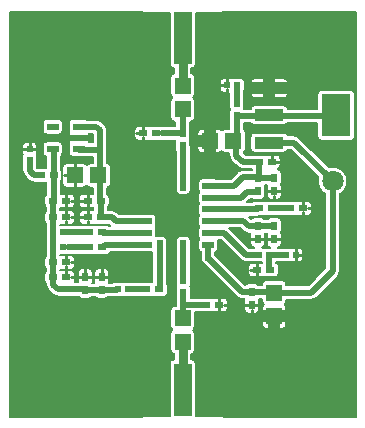
<source format=gtl>
G04 Layer: TopLayer*
G04 EasyEDA Pro v2.2.45.4, 2025-12-28 23:20:17*
G04 Gerber Generator version 0.3*
G04 Scale: 100 percent, Rotated: No, Reflected: No*
G04 Dimensions in millimeters*
G04 Leading zeros omitted, absolute positions, 4 integers and 5 decimals*
G04 Generated by one-click*
%FSLAX45Y45*%
%MOMM*%
%ADD10C,0.2032*%
%ADD11C,0.254*%
%ADD12C,0.5*%
%ADD13C,1.0*%
%ADD14R,0.63647X0.54*%
%ADD15R,0.54X0.63647*%
%ADD16R,0.5779X0.54*%
%ADD17R,0.56566X0.54*%
%ADD18R,0.54X0.56566*%
%ADD19R,1.0X0.6*%
%ADD20R,2.47X0.98001*%
%ADD21R,2.47X3.59999*%
%ADD22R,0.54X0.79009*%
%ADD23R,0.79009X0.54*%
%ADD24R,1.41X1.35001*%
%ADD25R,1.35001X1.41*%
%ADD26R,1.0X0.55*%
%ADD27R,0.55X1.0*%
%ADD28R,3.4X3.4*%
%ADD29R,1.5X4.5*%
%ADD30C,0.61*%
%ADD31C,1.8*%
%ADD32C,5.0*%
%ADD33C,0.508*%
%ADD34C,0.75*%
G75*


G04 Copper Start*
G36*
G01X12077901Y-4604515D02*
G01X12297073Y-4604515D01*
G01X12297073Y-5040000D01*
G01X12298826Y-5051067D01*
G01X12303913Y-5061051D01*
G01X12311836Y-5068974D01*
G01X12321820Y-5074061D01*
G01X12332887Y-5075814D01*
G01X12334586Y-5075814D01*
G01X12334586Y-5115461D01*
G01X12324996Y-5118468D01*
G01X12316619Y-5124020D01*
G01X12310115Y-5131682D01*
G01X12305996Y-5140849D01*
G01X12304586Y-5150800D01*
G01X12304586Y-5291800D01*
G01X12306433Y-5303156D01*
G01X12311786Y-5313339D01*
G01X12320091Y-5321300D01*
G01X12311786Y-5329261D01*
G01X12306433Y-5339444D01*
G01X12304586Y-5350800D01*
G01X12304586Y-5491800D01*
G01X12306338Y-5502867D01*
G01X12311425Y-5512851D01*
G01X12319349Y-5520774D01*
G01X12329332Y-5525861D01*
G01X12340400Y-5527614D01*
G01X12346686Y-5527614D01*
G01X12346686Y-5564886D01*
G01X12233808Y-5564886D01*
G01X12233112Y-5564890D01*
G01X12222513Y-5563286D01*
G01X12143504Y-5563286D01*
G01X12135823Y-5564119D01*
G01X12128500Y-5566580D01*
G01X12121177Y-5564119D01*
G01X12113496Y-5563286D01*
G01X12034487Y-5563286D01*
G01X12023420Y-5565039D01*
G01X12013436Y-5570126D01*
G01X12005513Y-5578049D01*
G01X12000426Y-5588033D01*
G01X11998673Y-5599100D01*
G01X11998673Y-5653100D01*
G01X12000426Y-5664167D01*
G01X12005513Y-5674151D01*
G01X12013436Y-5682074D01*
G01X12023420Y-5687161D01*
G01X12034487Y-5688914D01*
G01X12113496Y-5688914D01*
G01X12121177Y-5688081D01*
G01X12128500Y-5685620D01*
G01X12135823Y-5688081D01*
G01X12143504Y-5688914D01*
G01X12222513Y-5688914D01*
G01X12233112Y-5687310D01*
G01X12233808Y-5687314D01*
G01X12345381Y-5687314D01*
G01X12345086Y-5691904D01*
G01X12345086Y-5770913D01*
G01X12346802Y-5781866D01*
G01X12351786Y-5791770D01*
G01X12351786Y-5997917D01*
G01X12350215Y-6003868D01*
G01X12349686Y-6010000D01*
G01X12349686Y-6110000D01*
G01X12351439Y-6121067D01*
G01X12356526Y-6131051D01*
G01X12364449Y-6138974D01*
G01X12374433Y-6144061D01*
G01X12385500Y-6145814D01*
G01X12440500Y-6145814D01*
G01X12451567Y-6144061D01*
G01X12461551Y-6138974D01*
G01X12469474Y-6131051D01*
G01X12474561Y-6121067D01*
G01X12476314Y-6110000D01*
G01X12476314Y-6010000D01*
G01X12475785Y-6003868D01*
G01X12474214Y-5997917D01*
G01X12474214Y-5736508D01*
G01X12473333Y-5726159D01*
G01X12470714Y-5716107D01*
G01X12470714Y-5691904D01*
G01X12469881Y-5684223D01*
G01X12467420Y-5676900D01*
G01X12469881Y-5669577D01*
G01X12470714Y-5661896D01*
G01X12470714Y-5622099D01*
G01X12531786Y-5622099D01*
G01X12531786Y-5757100D01*
G01X12533539Y-5768168D01*
G01X12538626Y-5778151D01*
G01X12546549Y-5786075D01*
G01X12556533Y-5791162D01*
G01X12567600Y-5792914D01*
G01X12708600Y-5792914D01*
G01X12719956Y-5791067D01*
G01X12730139Y-5785714D01*
G01X12738100Y-5777409D01*
G01X12746061Y-5785714D01*
G01X12756244Y-5791067D01*
G01X12767600Y-5792914D01*
G01X12802286Y-5792914D01*
G01X12802286Y-5815000D01*
G01X12803462Y-5826942D01*
G01X12806945Y-5838425D01*
G01X12812602Y-5849008D01*
G01X12820215Y-5858285D01*
G01X12872615Y-5910685D01*
G01X12881891Y-5918298D01*
G01X12892474Y-5923954D01*
G01X12903958Y-5927438D01*
G01X12915900Y-5928614D01*
G01X12990678Y-5928614D01*
G01X12990678Y-5933186D01*
G01X12915900Y-5933186D01*
G01X12903958Y-5934362D01*
G01X12892474Y-5937846D01*
G01X12881891Y-5943502D01*
G01X12872615Y-5951115D01*
G01X12815444Y-6008286D01*
G01X12687083Y-6008286D01*
G01X12681132Y-6006715D01*
G01X12675000Y-6006186D01*
G01X12575000Y-6006186D01*
G01X12563933Y-6007939D01*
G01X12553949Y-6013026D01*
G01X12546026Y-6020949D01*
G01X12540939Y-6030933D01*
G01X12539186Y-6042000D01*
G01X12539186Y-6097000D01*
G01X12540100Y-6105040D01*
G01X12542796Y-6112670D01*
G01X12547136Y-6119500D01*
G01X12542796Y-6126330D01*
G01X12540100Y-6133960D01*
G01X12539186Y-6142000D01*
G01X12539186Y-6197000D01*
G01X12540100Y-6205040D01*
G01X12542796Y-6212670D01*
G01X12547136Y-6219500D01*
G01X12542796Y-6226330D01*
G01X12540100Y-6233960D01*
G01X12539186Y-6242000D01*
G01X12539186Y-6297000D01*
G01X12540100Y-6305040D01*
G01X12542796Y-6312670D01*
G01X12547136Y-6319500D01*
G01X12542796Y-6326330D01*
G01X12540100Y-6333960D01*
G01X12539186Y-6342000D01*
G01X12539186Y-6397000D01*
G01X12540100Y-6405040D01*
G01X12542796Y-6412670D01*
G01X12547136Y-6419500D01*
G01X12542796Y-6426330D01*
G01X12540100Y-6433960D01*
G01X12539186Y-6442000D01*
G01X12539186Y-6497000D01*
G01X12540100Y-6505040D01*
G01X12542796Y-6512670D01*
G01X12547136Y-6519500D01*
G01X12542796Y-6526330D01*
G01X12540100Y-6533960D01*
G01X12539186Y-6542000D01*
G01X12539186Y-6597000D01*
G01X12540830Y-6607728D01*
G01X12545613Y-6617470D01*
G01X12553093Y-6625333D01*
G01X12562586Y-6630594D01*
G01X12562586Y-6654697D01*
G01X12558439Y-6668996D01*
G01X12557587Y-6683860D01*
G01X12560072Y-6698539D01*
G01X12565770Y-6712294D01*
G01X12574392Y-6724432D01*
G01X12585505Y-6734339D01*
G01X12598548Y-6741518D01*
G01X12868906Y-7011876D01*
G01X12878182Y-7019488D01*
G01X12888765Y-7025145D01*
G01X12900248Y-7028629D01*
G01X12912191Y-7029805D01*
G01X12930261Y-7029805D01*
G01X12929286Y-7038104D01*
G01X12929286Y-7117113D01*
G01X12931039Y-7128180D01*
G01X12936126Y-7138164D01*
G01X12944049Y-7146087D01*
G01X12954033Y-7151174D01*
G01X12965100Y-7152927D01*
G01X13019100Y-7152927D01*
G01X13030167Y-7151174D01*
G01X13040151Y-7146087D01*
G01X13048074Y-7138164D01*
G01X13053161Y-7128180D01*
G01X13054914Y-7117113D01*
G01X13054914Y-7038104D01*
G01X13053940Y-7029805D01*
G01X13079286Y-7029805D01*
G01X13079286Y-7044400D01*
G01X13081133Y-7055756D01*
G01X13086486Y-7065939D01*
G01X13094791Y-7073900D01*
G01X13086486Y-7081861D01*
G01X13081133Y-7092044D01*
G01X13079286Y-7103400D01*
G01X13079286Y-7244400D01*
G01X13081038Y-7255467D01*
G01X13086125Y-7265451D01*
G01X13094049Y-7273374D01*
G01X13104032Y-7278461D01*
G01X13115100Y-7280214D01*
G01X13250101Y-7280214D01*
G01X13261168Y-7278461D01*
G01X13271151Y-7273374D01*
G01X13279075Y-7265451D01*
G01X13284162Y-7255467D01*
G01X13285915Y-7244400D01*
G01X13285915Y-7103400D01*
G01X13284067Y-7092044D01*
G01X13278714Y-7081861D01*
G01X13270409Y-7073900D01*
G01X13278714Y-7065939D01*
G01X13284067Y-7055756D01*
G01X13285915Y-7044400D01*
G01X13285915Y-7035114D01*
G01X13498500Y-7035114D01*
G01X13510442Y-7033938D01*
G01X13521925Y-7030455D01*
G01X13532508Y-7024798D01*
G01X13541785Y-7017185D01*
G01X13721185Y-6837785D01*
G01X13728798Y-6828509D01*
G01X13734454Y-6817926D01*
G01X13737938Y-6806442D01*
G01X13739114Y-6794500D01*
G01X13739114Y-6142251D01*
G01X13755956Y-6130935D01*
G01X13770761Y-6117059D01*
G01X13783142Y-6100984D01*
G01X13792778Y-6083128D01*
G01X13799419Y-6063955D01*
G01X13802891Y-6043964D01*
G01X13803104Y-6023675D01*
G01X13800053Y-6003615D01*
G01X13793818Y-5984307D01*
G01X13784559Y-5966251D01*
G01X13772519Y-5949920D01*
G01X13758010Y-5935735D01*
G01X13741410Y-5924068D01*
G01X13723150Y-5915221D01*
G01X13703705Y-5909424D01*
G01X13683581Y-5906828D01*
G01X13663302Y-5907501D01*
G01X13643395Y-5911425D01*
G01X13392382Y-5660412D01*
G01X13383106Y-5652799D01*
G01X13372523Y-5647143D01*
G01X13361039Y-5643659D01*
G01X13349097Y-5642483D01*
G01X13297578Y-5642483D01*
G01X13292341Y-5632917D01*
G01X13284468Y-5625370D01*
G01X13274689Y-5620543D01*
G01X13263910Y-5618883D01*
G01X13016911Y-5618883D01*
G01X13005844Y-5620635D01*
G01X12995860Y-5625722D01*
G01X12987937Y-5633646D01*
G01X12982850Y-5643629D01*
G01X12981097Y-5654697D01*
G01X12981097Y-5752697D01*
G01X12982850Y-5763765D01*
G01X12987937Y-5773748D01*
G01X12995860Y-5781672D01*
G01X13005844Y-5786759D01*
G01X13016911Y-5788511D01*
G01X13263910Y-5788511D01*
G01X13274689Y-5786851D01*
G01X13284468Y-5782024D01*
G01X13292341Y-5774477D01*
G01X13297578Y-5764911D01*
G01X13323741Y-5764911D01*
G01X13556658Y-5997828D01*
G01X13552562Y-6018548D01*
G01X13551990Y-6039661D01*
G01X13554958Y-6060573D01*
G01X13561382Y-6080693D01*
G01X13571082Y-6099456D01*
G01X13583783Y-6116331D01*
G01X13599129Y-6130844D01*
G01X13616686Y-6142585D01*
G01X13616686Y-6769144D01*
G01X13473144Y-6912686D01*
G01X13285915Y-6912686D01*
G01X13285915Y-6903400D01*
G01X13284162Y-6892333D01*
G01X13279075Y-6882349D01*
G01X13271151Y-6874426D01*
G01X13261168Y-6869339D01*
G01X13250101Y-6867586D01*
G01X13115100Y-6867586D01*
G01X13104032Y-6869339D01*
G01X13094049Y-6874426D01*
G01X13086125Y-6882349D01*
G01X13081038Y-6892333D01*
G01X13079286Y-6903400D01*
G01X13079286Y-6907377D01*
G01X13047584Y-6907377D01*
G01X13039706Y-6899794D01*
G01X13029907Y-6894942D01*
G01X13019100Y-6893273D01*
G01X12965100Y-6893273D01*
G01X12954504Y-6894876D01*
G01X12944858Y-6899542D01*
G01X12937023Y-6906853D01*
G01X12685118Y-6654948D01*
G01X12685014Y-6654697D01*
G01X12685014Y-6631385D01*
G01X12695377Y-6626452D01*
G01X12703647Y-6618494D01*
G01X12708975Y-6608329D01*
G01X12710814Y-6597000D01*
G01X12710814Y-6542000D01*
G01X12708989Y-6530714D01*
G01X12730644Y-6530714D01*
G01X12898015Y-6698085D01*
G01X12907291Y-6705698D01*
G01X12917874Y-6711354D01*
G01X12929358Y-6714838D01*
G01X12941300Y-6716014D01*
G01X13011550Y-6716014D01*
G01X13022136Y-6717614D01*
G01X13075768Y-6717614D01*
G01X13075768Y-6718986D01*
G01X12999687Y-6718986D01*
G01X12988620Y-6720739D01*
G01X12978636Y-6725826D01*
G01X12970713Y-6733749D01*
G01X12965626Y-6743733D01*
G01X12963873Y-6754800D01*
G01X12963873Y-6808800D01*
G01X12965626Y-6819867D01*
G01X12970713Y-6829851D01*
G01X12978636Y-6837774D01*
G01X12988620Y-6842861D01*
G01X12999687Y-6844614D01*
G01X13078696Y-6844614D01*
G01X13086377Y-6843781D01*
G01X13093700Y-6841320D01*
G01X13101023Y-6843781D01*
G01X13108704Y-6844614D01*
G01X13187713Y-6844614D01*
G01X13198780Y-6842861D01*
G01X13208764Y-6837774D01*
G01X13216687Y-6829851D01*
G01X13221774Y-6819867D01*
G01X13223527Y-6808800D01*
G01X13223527Y-6754800D01*
G01X13221726Y-6743587D01*
G01X13216506Y-6733502D01*
G01X13208390Y-6725558D01*
G01X13198196Y-6720554D01*
G01X13198196Y-6716014D01*
G01X13240150Y-6716014D01*
G01X13250736Y-6717614D01*
G01X13307301Y-6717614D01*
G01X13314979Y-6716782D01*
G01X13322300Y-6714322D01*
G01X13329621Y-6716782D01*
G01X13337299Y-6717614D01*
G01X13393865Y-6717614D01*
G01X13404932Y-6715861D01*
G01X13414915Y-6710774D01*
G01X13422839Y-6702851D01*
G01X13427926Y-6692867D01*
G01X13429679Y-6681800D01*
G01X13429679Y-6627800D01*
G01X13427926Y-6616733D01*
G01X13422839Y-6606749D01*
G01X13414915Y-6598826D01*
G01X13404932Y-6593739D01*
G01X13393865Y-6591986D01*
G01X13337299Y-6591986D01*
G01X13329621Y-6592818D01*
G01X13322300Y-6595278D01*
G01X13314979Y-6592818D01*
G01X13307301Y-6591986D01*
G01X13250736Y-6591986D01*
G01X13240150Y-6593586D01*
G01X13215802Y-6593586D01*
G01X13225287Y-6590509D01*
G01X13233557Y-6584935D01*
G01X13239968Y-6577298D01*
G01X13244026Y-6568188D01*
G01X13245414Y-6558313D01*
G01X13245414Y-6479304D01*
G01X13244581Y-6471623D01*
G01X13242120Y-6464300D01*
G01X13244581Y-6456977D01*
G01X13245414Y-6449296D01*
G01X13245414Y-6370287D01*
G01X13243661Y-6359220D01*
G01X13238574Y-6349236D01*
G01X13230651Y-6341313D01*
G01X13220667Y-6336226D01*
G01X13209600Y-6334473D01*
G01X13155600Y-6334473D01*
G01X13146357Y-6335686D01*
G01X13137740Y-6339244D01*
G01X13130333Y-6344905D01*
G01X13124638Y-6352286D01*
G01X13100862Y-6352286D01*
G01X13095167Y-6344905D01*
G01X13087760Y-6339244D01*
G01X13079143Y-6335686D01*
G01X13069900Y-6334473D01*
G01X13015900Y-6334473D01*
G01X13005304Y-6336076D01*
G01X12995658Y-6340742D01*
G01X12987823Y-6348053D01*
G01X12970484Y-6330714D01*
G01X13043492Y-6330714D01*
G01X13057918Y-6328990D01*
G01X13071532Y-6323914D01*
G01X13091396Y-6323914D01*
G01X13099077Y-6323081D01*
G01X13106400Y-6320620D01*
G01X13113723Y-6323081D01*
G01X13121404Y-6323914D01*
G01X13200413Y-6323914D01*
G01X13210999Y-6322314D01*
G01X13268501Y-6322314D01*
G01X13279087Y-6323914D01*
G01X13358096Y-6323914D01*
G01X13365777Y-6323081D01*
G01X13373100Y-6320620D01*
G01X13380423Y-6323081D01*
G01X13388104Y-6323914D01*
G01X13467113Y-6323914D01*
G01X13478180Y-6322161D01*
G01X13488164Y-6317074D01*
G01X13496087Y-6309151D01*
G01X13501174Y-6299167D01*
G01X13502927Y-6288100D01*
G01X13502927Y-6234100D01*
G01X13501174Y-6223033D01*
G01X13496087Y-6213049D01*
G01X13488164Y-6205126D01*
G01X13478180Y-6200039D01*
G01X13467113Y-6198286D01*
G01X13388104Y-6198286D01*
G01X13380423Y-6199119D01*
G01X13373100Y-6201580D01*
G01X13365777Y-6199119D01*
G01X13358096Y-6198286D01*
G01X13279087Y-6198286D01*
G01X13268501Y-6199886D01*
G01X13210999Y-6199886D01*
G01X13200413Y-6198286D01*
G01X13121404Y-6198286D01*
G01X13113723Y-6199119D01*
G01X13106400Y-6201580D01*
G01X13099077Y-6199119D01*
G01X13091396Y-6198286D01*
G01X13012387Y-6198286D01*
G01X13003343Y-6199447D01*
G01X12994885Y-6202854D01*
G01X12987562Y-6208286D01*
G01X12949975Y-6208286D01*
G01X12975647Y-6182614D01*
G01X12997458Y-6182614D01*
G01X13006331Y-6186425D01*
G01X13015900Y-6187727D01*
G01X13069900Y-6187727D01*
G01X13080967Y-6185974D01*
G01X13090951Y-6180887D01*
G01X13098874Y-6172964D01*
G01X13103961Y-6162980D01*
G01X13105714Y-6151913D01*
G01X13105714Y-6072904D01*
G01X13104740Y-6064606D01*
G01X13120760Y-6064606D01*
G01X13119786Y-6072904D01*
G01X13119786Y-6151913D01*
G01X13121539Y-6162980D01*
G01X13126626Y-6172964D01*
G01X13134549Y-6180887D01*
G01X13144533Y-6185974D01*
G01X13155600Y-6187727D01*
G01X13209600Y-6187727D01*
G01X13220667Y-6185974D01*
G01X13230651Y-6180887D01*
G01X13238574Y-6172964D01*
G01X13243661Y-6162980D01*
G01X13245414Y-6151913D01*
G01X13245414Y-6072904D01*
G01X13244581Y-6065223D01*
G01X13242120Y-6057900D01*
G01X13244581Y-6050577D01*
G01X13245414Y-6042896D01*
G01X13245414Y-5963887D01*
G01X13243826Y-5953339D01*
G01X13239201Y-5943727D01*
G01X13231951Y-5935903D01*
G01X13222718Y-5930562D01*
G01X13212321Y-5928176D01*
G01X13221999Y-5922978D01*
G01X13229646Y-5915090D01*
G01X13234542Y-5905256D01*
G01X13236227Y-5894400D01*
G01X13236227Y-5840400D01*
G01X13234474Y-5829333D01*
G01X13229387Y-5819349D01*
G01X13221464Y-5811426D01*
G01X13211480Y-5806339D01*
G01X13200413Y-5804586D01*
G01X13121404Y-5804586D01*
G01X13113723Y-5805419D01*
G01X13106400Y-5807880D01*
G01X13099077Y-5805419D01*
G01X13091396Y-5804586D01*
G01X13012387Y-5804586D01*
G01X13001801Y-5806186D01*
G01X12941256Y-5806186D01*
G01X12924714Y-5789644D01*
G01X12924714Y-5789085D01*
G01X12932821Y-5783482D01*
G01X12939094Y-5775883D01*
G01X12943058Y-5766861D01*
G01X12944414Y-5757100D01*
G01X12944414Y-5622099D01*
G01X12943179Y-5612776D01*
G01X12939560Y-5604096D01*
G01X12933806Y-5596657D01*
G01X12926314Y-5590973D01*
G01X12926314Y-5537937D01*
G01X12984499Y-5537937D01*
G01X12990039Y-5546377D01*
G01X12997715Y-5552935D01*
G01X13006916Y-5557091D01*
G01X13016911Y-5558514D01*
G01X13263910Y-5558514D01*
G01X13273906Y-5557091D01*
G01X13283106Y-5552935D01*
G01X13290782Y-5546377D01*
G01X13296322Y-5537937D01*
G01X13548076Y-5537937D01*
G01X13548076Y-5653700D01*
G01X13549828Y-5664767D01*
G01X13554915Y-5674751D01*
G01X13562839Y-5682674D01*
G01X13572822Y-5687761D01*
G01X13583890Y-5689514D01*
G01X13830889Y-5689514D01*
G01X13841956Y-5687761D01*
G01X13851940Y-5682674D01*
G01X13859863Y-5674751D01*
G01X13864950Y-5664767D01*
G01X13866703Y-5653700D01*
G01X13866703Y-5293700D01*
G01X13864950Y-5282633D01*
G01X13859863Y-5272649D01*
G01X13851940Y-5264726D01*
G01X13841956Y-5259639D01*
G01X13830889Y-5257886D01*
G01X13583890Y-5257886D01*
G01X13572822Y-5259639D01*
G01X13562839Y-5264726D01*
G01X13554915Y-5272649D01*
G01X13549828Y-5282633D01*
G01X13548076Y-5293700D01*
G01X13548076Y-5415509D01*
G01X13298525Y-5415509D01*
G01X13293722Y-5404853D01*
G01X13285745Y-5396311D01*
G01X13275442Y-5390793D01*
G01X13263910Y-5388886D01*
G01X13016911Y-5388886D01*
G01X13005379Y-5390793D01*
G01X12995076Y-5396311D01*
G01X12987099Y-5404853D01*
G01X12982296Y-5415509D01*
G01X12924800Y-5415509D01*
G01X12927127Y-5408369D01*
G01X12927914Y-5400901D01*
G01X12927914Y-5337254D01*
G01X12927325Y-5330786D01*
G01X12925578Y-5324531D01*
G01X12925578Y-5292703D01*
G01X12981097Y-5292703D01*
G01X12982850Y-5303771D01*
G01X12987937Y-5313754D01*
G01X12995860Y-5321678D01*
G01X13005844Y-5326765D01*
G01X13016911Y-5328517D01*
G01X13263910Y-5328517D01*
G01X13274978Y-5326765D01*
G01X13284961Y-5321678D01*
G01X13292885Y-5313754D01*
G01X13297972Y-5303771D01*
G01X13299724Y-5292703D01*
G01X13299724Y-5194703D01*
G01X13299724Y-5194703D01*
G01X13297972Y-5183635D01*
G01X13292885Y-5173652D01*
G01X13284961Y-5165728D01*
G01X13274978Y-5160641D01*
G01X13263910Y-5158889D01*
G01X13016911Y-5158889D01*
G01X13005844Y-5160641D01*
G01X12995860Y-5165728D01*
G01X12987937Y-5173652D01*
G01X12982850Y-5183635D01*
G01X12981097Y-5194703D01*
G01X12981097Y-5292703D01*
G01X12925578Y-5292703D01*
G01X12925578Y-5270214D01*
G01X12930373Y-5263159D01*
G01X12933363Y-5255170D01*
G01X12934379Y-5246700D01*
G01X12934379Y-5192700D01*
G01X12932626Y-5181633D01*
G01X12927539Y-5171649D01*
G01X12919615Y-5163726D01*
G01X12909632Y-5158639D01*
G01X12898565Y-5156886D01*
G01X12841999Y-5156886D01*
G01X12834321Y-5157718D01*
G01X12827000Y-5160178D01*
G01X12819679Y-5157718D01*
G01X12812001Y-5156886D01*
G01X12755436Y-5156886D01*
G01X12744368Y-5158639D01*
G01X12734385Y-5163726D01*
G01X12726461Y-5171649D01*
G01X12721374Y-5181633D01*
G01X12719622Y-5192700D01*
G01X12719622Y-5246700D01*
G01X12721374Y-5257767D01*
G01X12726461Y-5267751D01*
G01X12734385Y-5275674D01*
G01X12744368Y-5280761D01*
G01X12755436Y-5282514D01*
G01X12803150Y-5282514D01*
G01X12803150Y-5329433D01*
G01X12802286Y-5337254D01*
G01X12802286Y-5400901D01*
G01X12804227Y-5412531D01*
G01X12809839Y-5422900D01*
G01X12804227Y-5433269D01*
G01X12802286Y-5444899D01*
G01X12802286Y-5444899D01*
G01X12802286Y-5508546D01*
G01X12803886Y-5519132D01*
G01X12803886Y-5586285D01*
G01X12767600Y-5586285D01*
G01X12756244Y-5588133D01*
G01X12746061Y-5593486D01*
G01X12738100Y-5601791D01*
G01X12730139Y-5593486D01*
G01X12719956Y-5588133D01*
G01X12708600Y-5586285D01*
G01X12567600Y-5586285D01*
G01X12556533Y-5588038D01*
G01X12546549Y-5593125D01*
G01X12538626Y-5601049D01*
G01X12533539Y-5611032D01*
G01X12531786Y-5622099D01*
G01X12470714Y-5622099D01*
G01X12470714Y-5582887D01*
G01X12469114Y-5572301D01*
G01X12469114Y-5527614D01*
G01X12475401Y-5527614D01*
G01X12486468Y-5525861D01*
G01X12496451Y-5520774D01*
G01X12504375Y-5512851D01*
G01X12509462Y-5502867D01*
G01X12511215Y-5491800D01*
G01X12511215Y-5350800D01*
G01X12509367Y-5339444D01*
G01X12504014Y-5329261D01*
G01X12495709Y-5321300D01*
G01X12504014Y-5313339D01*
G01X12509367Y-5303156D01*
G01X12511215Y-5291800D01*
G01X12511215Y-5150800D01*
G01X12509804Y-5140849D01*
G01X12505685Y-5131682D01*
G01X12499181Y-5124020D01*
G01X12490804Y-5118468D01*
G01X12481214Y-5115461D01*
G01X12481214Y-5075814D01*
G01X12482887Y-5075814D01*
G01X12493954Y-5074061D01*
G01X12503938Y-5068974D01*
G01X12511861Y-5061051D01*
G01X12516948Y-5051067D01*
G01X12518701Y-5040000D01*
G01X12518701Y-4604515D01*
G01X12737899Y-4604515D01*
G01X12746660Y-4603426D01*
G01X12754889Y-4600228D01*
G01X12762086Y-4595114D01*
G01X13873486Y-4595114D01*
G01X13873486Y-8023486D01*
G01X12754729Y-8023486D01*
G01X12746572Y-8020351D01*
G01X12737899Y-8019285D01*
G01X12518727Y-8019285D01*
G01X12518727Y-7575000D01*
G01X12516974Y-7563933D01*
G01X12511887Y-7553949D01*
G01X12503964Y-7546026D01*
G01X12493980Y-7540939D01*
G01X12482913Y-7539186D01*
G01X12481214Y-7539186D01*
G01X12481214Y-7495639D01*
G01X12490804Y-7492632D01*
G01X12499181Y-7487080D01*
G01X12505685Y-7479418D01*
G01X12509804Y-7470251D01*
G01X12511215Y-7460300D01*
G01X12511215Y-7319300D01*
G01X12509367Y-7307944D01*
G01X12504014Y-7297761D01*
G01X12495709Y-7289800D01*
G01X12504014Y-7281839D01*
G01X12509367Y-7271656D01*
G01X12511215Y-7260300D01*
G01X12511215Y-7141269D01*
G01X12560503Y-7141269D01*
G01X12566617Y-7141794D01*
G01X12645626Y-7141794D01*
G01X12653307Y-7140961D01*
G01X12660630Y-7138500D01*
G01X12667953Y-7140961D01*
G01X12675634Y-7141794D01*
G01X12754643Y-7141794D01*
G01X12765710Y-7140041D01*
G01X12775694Y-7134954D01*
G01X12783617Y-7127031D01*
G01X12788704Y-7117047D01*
G01X12790457Y-7105980D01*
G01X12790457Y-7051980D01*
G01X12788704Y-7040913D01*
G01X12783617Y-7030929D01*
G01X12775694Y-7023006D01*
G01X12765710Y-7017919D01*
G01X12754643Y-7016166D01*
G01X12675634Y-7016166D01*
G01X12667953Y-7016999D01*
G01X12660630Y-7019460D01*
G01X12653307Y-7016999D01*
G01X12645626Y-7016166D01*
G01X12566617Y-7016166D01*
G01X12559696Y-7016841D01*
G01X12553036Y-7018841D01*
G01X12475735Y-7018841D01*
G01X12475794Y-7016783D01*
G01X12475794Y-6937774D01*
G01X12474961Y-6930093D01*
G01X12472500Y-6922770D01*
G01X12474961Y-6915447D01*
G01X12475794Y-6907766D01*
G01X12475794Y-6828757D01*
G01X12474214Y-6818235D01*
G01X12474214Y-6642083D01*
G01X12475785Y-6636132D01*
G01X12476314Y-6630000D01*
G01X12476314Y-6530000D01*
G01X12474561Y-6518933D01*
G01X12469474Y-6508949D01*
G01X12461551Y-6501026D01*
G01X12451567Y-6495939D01*
G01X12440500Y-6494186D01*
G01X12385500Y-6494186D01*
G01X12374433Y-6495939D01*
G01X12364449Y-6501026D01*
G01X12356526Y-6508949D01*
G01X12351439Y-6518933D01*
G01X12349686Y-6530000D01*
G01X12349686Y-6630000D01*
G01X12350215Y-6636132D01*
G01X12351786Y-6642083D01*
G01X12351786Y-6818107D01*
G01X12350166Y-6828757D01*
G01X12350166Y-6907766D01*
G01X12350999Y-6915447D01*
G01X12353460Y-6922770D01*
G01X12350999Y-6930093D01*
G01X12350166Y-6937774D01*
G01X12350166Y-7016783D01*
G01X12350686Y-7022864D01*
G01X12352231Y-7028768D01*
G01X12352231Y-7083486D01*
G01X12340400Y-7083486D01*
G01X12329332Y-7085239D01*
G01X12319349Y-7090326D01*
G01X12311425Y-7098249D01*
G01X12306338Y-7108233D01*
G01X12304586Y-7119300D01*
G01X12304586Y-7260300D01*
G01X12306433Y-7271656D01*
G01X12311786Y-7281839D01*
G01X12320091Y-7289800D01*
G01X12311786Y-7297761D01*
G01X12306433Y-7307944D01*
G01X12304586Y-7319300D01*
G01X12304586Y-7460300D01*
G01X12305996Y-7470251D01*
G01X12310115Y-7479418D01*
G01X12316619Y-7487080D01*
G01X12324996Y-7492632D01*
G01X12334586Y-7495639D01*
G01X12334586Y-7539186D01*
G01X12332913Y-7539186D01*
G01X12321846Y-7540939D01*
G01X12311862Y-7546026D01*
G01X12303939Y-7553949D01*
G01X12298852Y-7563933D01*
G01X12297099Y-7575000D01*
G01X12297099Y-8019285D01*
G01X12077901Y-8019285D01*
G01X12069228Y-8020351D01*
G01X12061071Y-8023486D01*
G01X10945114Y-8023486D01*
G01X10945114Y-5732335D01*
G01X11049686Y-5732335D01*
G01X11049686Y-5788901D01*
G01X11050518Y-5796579D01*
G01X11052978Y-5803900D01*
G01X11050518Y-5811221D01*
G01X11049686Y-5818899D01*
G01X11049686Y-5875464D01*
G01X11051286Y-5886050D01*
G01X11051286Y-5943600D01*
G01X11052462Y-5955542D01*
G01X11055946Y-5967026D01*
G01X11061602Y-5977609D01*
G01X11069215Y-5986885D01*
G01X11107315Y-6024985D01*
G01X11116591Y-6032598D01*
G01X11127174Y-6038254D01*
G01X11138658Y-6041738D01*
G01X11150600Y-6042914D01*
G01X11168668Y-6042914D01*
G01X11179254Y-6044514D01*
G01X11242901Y-6044514D01*
G01X11254152Y-6042701D01*
G01X11254152Y-6139835D01*
G01X11246901Y-6145540D01*
G01X11241348Y-6152908D01*
G01X11237861Y-6161450D01*
G01X11236673Y-6170600D01*
G01X11236673Y-6224600D01*
G01X11238157Y-6234804D01*
G01X11242487Y-6244162D01*
G01X11249304Y-6251899D01*
G01X11249304Y-6283001D01*
G01X11249304Y-6283001D01*
G01X11242487Y-6290738D01*
G01X11238157Y-6300096D01*
G01X11236673Y-6310300D01*
G01X11236673Y-6364300D01*
G01X11238157Y-6374504D01*
G01X11242487Y-6383862D01*
G01X11249304Y-6391599D01*
G01X11249304Y-6423222D01*
G01X11247150Y-6430115D01*
G01X11246422Y-6437300D01*
G01X11246422Y-6491300D01*
G01X11247150Y-6498485D01*
G01X11249304Y-6505378D01*
G01X11249304Y-6550222D01*
G01X11247150Y-6557115D01*
G01X11246422Y-6564300D01*
G01X11246422Y-6618300D01*
G01X11247150Y-6625485D01*
G01X11249304Y-6632378D01*
G01X11249304Y-6664001D01*
G01X11242487Y-6671738D01*
G01X11238157Y-6681096D01*
G01X11236673Y-6691300D01*
G01X11236673Y-6745300D01*
G01X11238342Y-6756107D01*
G01X11243195Y-6765906D01*
G01X11250778Y-6773784D01*
G01X11250778Y-6789816D01*
G01X11243195Y-6797694D01*
G01X11238342Y-6807493D01*
G01X11236673Y-6818300D01*
G01X11236673Y-6872300D01*
G01X11238342Y-6883107D01*
G01X11243195Y-6892906D01*
G01X11250778Y-6900784D01*
G01X11250778Y-6905092D01*
G01X11251954Y-6917034D01*
G01X11255437Y-6928517D01*
G01X11261094Y-6939100D01*
G01X11268707Y-6948376D01*
G01X11310515Y-6990185D01*
G01X11319791Y-6997798D01*
G01X11330374Y-7003454D01*
G01X11341858Y-7006938D01*
G01X11353800Y-7008114D01*
G01X11524438Y-7008114D01*
G01X11530133Y-7015495D01*
G01X11537540Y-7021156D01*
G01X11546157Y-7024714D01*
G01X11555400Y-7025927D01*
G01X11609400Y-7025927D01*
G01X11620207Y-7024258D01*
G01X11630006Y-7019405D01*
G01X11637884Y-7011822D01*
G01X11666616Y-7011822D01*
G01X11674494Y-7019405D01*
G01X11684293Y-7024258D01*
G01X11695100Y-7025927D01*
G01X11749100Y-7025927D01*
G01X11759907Y-7024258D01*
G01X11769706Y-7019405D01*
G01X11777584Y-7011822D01*
G01X11852910Y-7011822D01*
G01X11860943Y-7011293D01*
G01X11868837Y-7009714D01*
G01X11884901Y-7009714D01*
G01X11892579Y-7008882D01*
G01X11899900Y-7006422D01*
G01X11907221Y-7008882D01*
G01X11914899Y-7009714D01*
G01X11971465Y-7009714D01*
G01X11982050Y-7008114D01*
G01X12049301Y-7008114D01*
G01X12059887Y-7009714D01*
G01X12138896Y-7009714D01*
G01X12146577Y-7008881D01*
G01X12153900Y-7006420D01*
G01X12161223Y-7008881D01*
G01X12168904Y-7009714D01*
G01X12247913Y-7009714D01*
G01X12258980Y-7007961D01*
G01X12268964Y-7002874D01*
G01X12276887Y-6994951D01*
G01X12281974Y-6984967D01*
G01X12283727Y-6973900D01*
G01X12283727Y-6919900D01*
G01X12282625Y-6911085D01*
G01X12279388Y-6902812D01*
G01X12274214Y-6895591D01*
G01X12274214Y-6642083D01*
G01X12275785Y-6636132D01*
G01X12276314Y-6630000D01*
G01X12276314Y-6530000D01*
G01X12274561Y-6518933D01*
G01X12269474Y-6508949D01*
G01X12261551Y-6501026D01*
G01X12251567Y-6495939D01*
G01X12240500Y-6494186D01*
G01X12185814Y-6494186D01*
G01X12185814Y-6442000D01*
G01X12184900Y-6433960D01*
G01X12182204Y-6426330D01*
G01X12177864Y-6419500D01*
G01X12182204Y-6412670D01*
G01X12184900Y-6405040D01*
G01X12185814Y-6397000D01*
G01X12185814Y-6342000D01*
G01X12184061Y-6330933D01*
G01X12178974Y-6320949D01*
G01X12171051Y-6313026D01*
G01X12161067Y-6307939D01*
G01X12150000Y-6306186D01*
G01X12050000Y-6306186D01*
G01X12043868Y-6306715D01*
G01X12037917Y-6308286D01*
G01X12022388Y-6308286D01*
G01X12009889Y-6304473D01*
G01X11996885Y-6303186D01*
G01X11983881Y-6304473D01*
G01X11971382Y-6308286D01*
G01X11868556Y-6308286D01*
G01X11854285Y-6294015D01*
G01X11845009Y-6286402D01*
G01X11834426Y-6280746D01*
G01X11822942Y-6277262D01*
G01X11811000Y-6276086D01*
G01X11774322Y-6276086D01*
G01X11774322Y-6253084D01*
G01X11781905Y-6245206D01*
G01X11786758Y-6235407D01*
G01X11788427Y-6224600D01*
G01X11788427Y-6170600D01*
G01X11787214Y-6161357D01*
G01X11783656Y-6152740D01*
G01X11777995Y-6145333D01*
G01X11770614Y-6139638D01*
G01X11770614Y-6084662D01*
G01X11780417Y-6081806D01*
G01X11789015Y-6076300D01*
G01X11795711Y-6068591D01*
G01X11799959Y-6059307D01*
G01X11801414Y-6049200D01*
G01X11801414Y-5914199D01*
G01X11799959Y-5904093D01*
G01X11795711Y-5894809D01*
G01X11789015Y-5887100D01*
G01X11780417Y-5881594D01*
G01X11770614Y-5878738D01*
G01X11770614Y-5788970D01*
G01X11774427Y-5776471D01*
G01X11775714Y-5763467D01*
G01X11774427Y-5750463D01*
G01X11770614Y-5737964D01*
G01X11770614Y-5600700D01*
G01X11769438Y-5588758D01*
G01X11765954Y-5577274D01*
G01X11760298Y-5566691D01*
G01X11752685Y-5557415D01*
G01X11721189Y-5525919D01*
G01X11711913Y-5518306D01*
G01X11701330Y-5512650D01*
G01X11689846Y-5509166D01*
G01X11677904Y-5507990D01*
G01X11594866Y-5507990D01*
G01X11586383Y-5504559D01*
G01X11577307Y-5503390D01*
G01X11477308Y-5503390D01*
G01X11466240Y-5505143D01*
G01X11456257Y-5510230D01*
G01X11448333Y-5518153D01*
G01X11443246Y-5528137D01*
G01X11441494Y-5539204D01*
G01X11441494Y-5599204D01*
G01X11442654Y-5608246D01*
G01X11446059Y-5616702D01*
G01X11442654Y-5625158D01*
G01X11441494Y-5634200D01*
G01X11441494Y-5694200D01*
G01X11442654Y-5703242D01*
G01X11446059Y-5711698D01*
G01X11442654Y-5720154D01*
G01X11441494Y-5729196D01*
G01X11441494Y-5789196D01*
G01X11443246Y-5800263D01*
G01X11448333Y-5810247D01*
G01X11456257Y-5818170D01*
G01X11466240Y-5823257D01*
G01X11477308Y-5825010D01*
G01X11577307Y-5825010D01*
G01X11582152Y-5824681D01*
G01X11648186Y-5824681D01*
G01X11648186Y-5878385D01*
G01X11624600Y-5878385D01*
G01X11613244Y-5880233D01*
G01X11603061Y-5885586D01*
G01X11595100Y-5893891D01*
G01X11587139Y-5885586D01*
G01X11576956Y-5880233D01*
G01X11565600Y-5878385D01*
G01X11424600Y-5878385D01*
G01X11413533Y-5880138D01*
G01X11403549Y-5885225D01*
G01X11395626Y-5893149D01*
G01X11390539Y-5903132D01*
G01X11388786Y-5914199D01*
G01X11388786Y-6049200D01*
G01X11390539Y-6060268D01*
G01X11395626Y-6070251D01*
G01X11403549Y-6078175D01*
G01X11413533Y-6083262D01*
G01X11424600Y-6085014D01*
G01X11565600Y-6085014D01*
G01X11576956Y-6083167D01*
G01X11587139Y-6077814D01*
G01X11595100Y-6069509D01*
G01X11603061Y-6077814D01*
G01X11613244Y-6083167D01*
G01X11624600Y-6085014D01*
G01X11648186Y-6085014D01*
G01X11648186Y-6135081D01*
G01X11643596Y-6134786D01*
G01X11564587Y-6134786D01*
G01X11553520Y-6136539D01*
G01X11543536Y-6141626D01*
G01X11535613Y-6149549D01*
G01X11530526Y-6159533D01*
G01X11528773Y-6170600D01*
G01X11528773Y-6224600D01*
G01X11530526Y-6235667D01*
G01X11535613Y-6245651D01*
G01X11543536Y-6253574D01*
G01X11553520Y-6258661D01*
G01X11564587Y-6260414D01*
G01X11643596Y-6260414D01*
G01X11651894Y-6259440D01*
G01X11651894Y-6275460D01*
G01X11643596Y-6274486D01*
G01X11564587Y-6274486D01*
G01X11553520Y-6276239D01*
G01X11543536Y-6281326D01*
G01X11535613Y-6289249D01*
G01X11530526Y-6299233D01*
G01X11528773Y-6310300D01*
G01X11528773Y-6364300D01*
G01X11530526Y-6375367D01*
G01X11535613Y-6385351D01*
G01X11543536Y-6393274D01*
G01X11553520Y-6398361D01*
G01X11564587Y-6400114D01*
G01X11643596Y-6400114D01*
G01X11651277Y-6399281D01*
G01X11658600Y-6396820D01*
G01X11665923Y-6399281D01*
G01X11673604Y-6400114D01*
G01X11752613Y-6400114D01*
G01X11763199Y-6398514D01*
G01X11785644Y-6398514D01*
G01X11795416Y-6408286D01*
G01X11786309Y-6408286D01*
G01X11776348Y-6403228D01*
G01X11765313Y-6401486D01*
G01X11686304Y-6401486D01*
G01X11678623Y-6402319D01*
G01X11671300Y-6404780D01*
G01X11663977Y-6402319D01*
G01X11656296Y-6401486D01*
G01X11577287Y-6401486D01*
G01X11566701Y-6403086D01*
G01X11435950Y-6403086D01*
G01X11425365Y-6401486D01*
G01X11371732Y-6401486D01*
G01X11371732Y-6398755D01*
G01X11381504Y-6400114D01*
G01X11460513Y-6400114D01*
G01X11471580Y-6398361D01*
G01X11481564Y-6393274D01*
G01X11489487Y-6385351D01*
G01X11494574Y-6375367D01*
G01X11496327Y-6364300D01*
G01X11496327Y-6310300D01*
G01X11494574Y-6299233D01*
G01X11489487Y-6289249D01*
G01X11481564Y-6281326D01*
G01X11471580Y-6276239D01*
G01X11460513Y-6274486D01*
G01X11381504Y-6274486D01*
G01X11371732Y-6275845D01*
G01X11371732Y-6259055D01*
G01X11381504Y-6260414D01*
G01X11460513Y-6260414D01*
G01X11471580Y-6258661D01*
G01X11481564Y-6253574D01*
G01X11489487Y-6245651D01*
G01X11494574Y-6235667D01*
G01X11496327Y-6224600D01*
G01X11496327Y-6170600D01*
G01X11494574Y-6159533D01*
G01X11489487Y-6149549D01*
G01X11481564Y-6141626D01*
G01X11471580Y-6136539D01*
G01X11460513Y-6134786D01*
G01X11381504Y-6134786D01*
G01X11376580Y-6135126D01*
G01X11376580Y-6033294D01*
G01X11381896Y-6026016D01*
G01X11385226Y-6017641D01*
G01X11386360Y-6008700D01*
G01X11386360Y-5954700D01*
G01X11385226Y-5945759D01*
G01X11381896Y-5937384D01*
G01X11376580Y-5930106D01*
G01X11376580Y-5819372D01*
G01X11385408Y-5811381D01*
G01X11391127Y-5800937D01*
G01X11393107Y-5789196D01*
G01X11393107Y-5729196D01*
G01X11391354Y-5718129D01*
G01X11386267Y-5708145D01*
G01X11378343Y-5700222D01*
G01X11368360Y-5695135D01*
G01X11357293Y-5693382D01*
G01X11257293Y-5693382D01*
G01X11246226Y-5695135D01*
G01X11236242Y-5700222D01*
G01X11228319Y-5708145D01*
G01X11223232Y-5718129D01*
G01X11221479Y-5729196D01*
G01X11221479Y-5789196D01*
G01X11223042Y-5799663D01*
G01X11227597Y-5809217D01*
G01X11234745Y-5817022D01*
G01X11243863Y-5822396D01*
G01X11254152Y-5824872D01*
G01X11254152Y-5920699D01*
G01X11242901Y-5918886D01*
G01X11179254Y-5918886D01*
G01X11174652Y-5919183D01*
G01X11173714Y-5918244D01*
G01X11173714Y-5886050D01*
G01X11175314Y-5875464D01*
G01X11175314Y-5818899D01*
G01X11174482Y-5811221D01*
G01X11172022Y-5803900D01*
G01X11174482Y-5796579D01*
G01X11175314Y-5788901D01*
G01X11175314Y-5732335D01*
G01X11173561Y-5721268D01*
G01X11168474Y-5711285D01*
G01X11160551Y-5703361D01*
G01X11150567Y-5698274D01*
G01X11139500Y-5696521D01*
G01X11085500Y-5696521D01*
G01X11074433Y-5698274D01*
G01X11064449Y-5703361D01*
G01X11056526Y-5711285D01*
G01X11051439Y-5721268D01*
G01X11049686Y-5732335D01*
G01X10945114Y-5732335D01*
G01X10945114Y-5599204D01*
G01X11221479Y-5599204D01*
G01X11223232Y-5610271D01*
G01X11228319Y-5620255D01*
G01X11236242Y-5628178D01*
G01X11246226Y-5633265D01*
G01X11257293Y-5635018D01*
G01X11357293Y-5635018D01*
G01X11357293Y-5635018D01*
G01X11368360Y-5633265D01*
G01X11378343Y-5628178D01*
G01X11386267Y-5620255D01*
G01X11391354Y-5610271D01*
G01X11393107Y-5599204D01*
G01X11393107Y-5539204D01*
G01X11391354Y-5528137D01*
G01X11386267Y-5518153D01*
G01X11378343Y-5510230D01*
G01X11368360Y-5505143D01*
G01X11357293Y-5503390D01*
G01X11257293Y-5503390D01*
G01X11246226Y-5505143D01*
G01X11236242Y-5510230D01*
G01X11228319Y-5518153D01*
G01X11223232Y-5528137D01*
G01X11221479Y-5539204D01*
G01X11221479Y-5599204D01*
G01X10945114Y-5599204D01*
G01X10945114Y-4595114D01*
G01X12053714Y-4595114D01*
G01X12060911Y-4600228D01*
G01X12069140Y-4603426D01*
G01X12077901Y-4604515D01*
G37*
G36*
G01X11784914Y-6881096D02*
G01X11784914Y-6802087D01*
G01X11783161Y-6791020D01*
G01X11778074Y-6781036D01*
G01X11770151Y-6773113D01*
G01X11760167Y-6768026D01*
G01X11749100Y-6766273D01*
G01X11695100Y-6766273D01*
G01X11684033Y-6768026D01*
G01X11674049Y-6773113D01*
G01X11666126Y-6781036D01*
G01X11661039Y-6791020D01*
G01X11659286Y-6802087D01*
G01X11659286Y-6881096D01*
G01X11660260Y-6889394D01*
G01X11644240Y-6889394D01*
G01X11645214Y-6881096D01*
G01X11645214Y-6802087D01*
G01X11643461Y-6791020D01*
G01X11638374Y-6781036D01*
G01X11630451Y-6773113D01*
G01X11620467Y-6768026D01*
G01X11609400Y-6766273D01*
G01X11555400Y-6766273D01*
G01X11544333Y-6768026D01*
G01X11534349Y-6773113D01*
G01X11526426Y-6781036D01*
G01X11521339Y-6791020D01*
G01X11519586Y-6802087D01*
G01X11519586Y-6881096D01*
G01X11519881Y-6885686D01*
G01X11493731Y-6885686D01*
G01X11495672Y-6879118D01*
G01X11496327Y-6872300D01*
G01X11496327Y-6818300D01*
G01X11494574Y-6807233D01*
G01X11489487Y-6797249D01*
G01X11481564Y-6789326D01*
G01X11471580Y-6784239D01*
G01X11460513Y-6782486D01*
G01X11381504Y-6782486D01*
G01X11373206Y-6783460D01*
G01X11373206Y-6780140D01*
G01X11381504Y-6781114D01*
G01X11460513Y-6781114D01*
G01X11471580Y-6779361D01*
G01X11481564Y-6774274D01*
G01X11489487Y-6766351D01*
G01X11494574Y-6756367D01*
G01X11496327Y-6745300D01*
G01X11496327Y-6691300D01*
G01X11494574Y-6680233D01*
G01X11489487Y-6670249D01*
G01X11481564Y-6662326D01*
G01X11471580Y-6657239D01*
G01X11460513Y-6655486D01*
G01X11381504Y-6655486D01*
G01X11371732Y-6656845D01*
G01X11371732Y-6654114D01*
G01X11425365Y-6654114D01*
G01X11435950Y-6652514D01*
G01X11566701Y-6652514D01*
G01X11577287Y-6654114D01*
G01X11656296Y-6654114D01*
G01X11663977Y-6653281D01*
G01X11671300Y-6650820D01*
G01X11678623Y-6653281D01*
G01X11686304Y-6654114D01*
G01X11765313Y-6654114D01*
G01X11776041Y-6652470D01*
G01X11785783Y-6647688D01*
G01X11793646Y-6640207D01*
G01X11798907Y-6630714D01*
G01X12037917Y-6630714D01*
G01X12043868Y-6632285D01*
G01X12050000Y-6632814D01*
G01X12149797Y-6632814D01*
G01X12151786Y-6642083D01*
G01X12151786Y-6886486D01*
G01X12145452Y-6884691D01*
G01X12138896Y-6884086D01*
G01X12059887Y-6884086D01*
G01X12049301Y-6885686D01*
G01X11982050Y-6885686D01*
G01X11971465Y-6884086D01*
G01X11914899Y-6884086D01*
G01X11907221Y-6884918D01*
G01X11899900Y-6887378D01*
G01X11892579Y-6884918D01*
G01X11884901Y-6884086D01*
G01X11828336Y-6884086D01*
G01X11818586Y-6885438D01*
G01X11809572Y-6889394D01*
G01X11783940Y-6889394D01*
G01X11784914Y-6881096D01*
G37*
G36*
G01X11613121Y-5694200D02*
G01X11613121Y-5634200D01*
G01X11612921Y-5630418D01*
G01X11648186Y-5630418D01*
G01X11648186Y-5702253D01*
G01X11612204Y-5702253D01*
G01X11613121Y-5694200D01*
G37*
G36*
G01X12897344Y-6430714D02*
G01X12923415Y-6456785D01*
G01X12932691Y-6464398D01*
G01X12943274Y-6470054D01*
G01X12954758Y-6473538D01*
G01X12966700Y-6474714D01*
G01X12980381Y-6474714D01*
G01X12980086Y-6479304D01*
G01X12980086Y-6558313D01*
G01X12981474Y-6568188D01*
G01X12985532Y-6577298D01*
G01X12991943Y-6584935D01*
G01X13000213Y-6590509D01*
G01X13009698Y-6593586D01*
G01X12966656Y-6593586D01*
G01X12803784Y-6430714D01*
G01X12897344Y-6430714D01*
G37*
G36*
G01X13119786Y-6479304D02*
G01X13119786Y-6558313D01*
G01X13121447Y-6569096D01*
G01X13126278Y-6578877D01*
G01X13133830Y-6586751D01*
G01X13143402Y-6591986D01*
G01X13108699Y-6591986D01*
G01X13101021Y-6592818D01*
G01X13093700Y-6595278D01*
G01X13087856Y-6593176D01*
G01X13081736Y-6592115D01*
G01X13091441Y-6586925D01*
G01X13099111Y-6579034D01*
G01X13104023Y-6569187D01*
G01X13105714Y-6558313D01*
G01X13105714Y-6479304D01*
G01X13105419Y-6474714D01*
G01X13120081Y-6474714D01*
G01X13119786Y-6479304D01*
G37*
G54D10*
G01X12077901Y-4604515D02*
G01X12297073Y-4604515D01*
G01X12297073Y-5040000D01*
G03X12332887Y-5075814I35814J0D01*
G01X12334586Y-5075814D01*
G01X12334586Y-5115461D01*
G03X12304586Y-5150800I5814J-35339D01*
G01X12304586Y-5291800D01*
G03X12320091Y-5321300I35814J0D01*
G03X12304586Y-5350800I20308J-29500D01*
G01X12304586Y-5491800D01*
G03X12340400Y-5527614I35814J0D01*
G01X12346686Y-5527614D01*
G01X12346686Y-5564886D01*
G01X12233808Y-5564886D01*
G01X12233112Y-5564890D01*
G03X12222513Y-5563286I-10599J-34210D01*
G01X12143504Y-5563286D01*
G03X12128500Y-5566580I0J-35814D01*
G03X12113496Y-5563286I-15004J-32520D01*
G01X12034487Y-5563286D01*
G03X11998673Y-5599100I0J-35814D01*
G01X11998673Y-5653100D01*
G03X12034487Y-5688914I35814J0D01*
G01X12113496Y-5688914D01*
G03X12128500Y-5685620I0J35814D01*
G03X12143504Y-5688914I15004J32520D01*
G01X12222513Y-5688914D01*
G03X12233112Y-5687310I0J35814D01*
G01X12233808Y-5687314D01*
G01X12345381Y-5687314D01*
G03X12345086Y-5691904I35519J-4590D01*
G01X12345086Y-5770913D01*
G03X12351786Y-5791770I35814J0D01*
G01X12351786Y-5997917D01*
G03X12349686Y-6010000I33714J-12083D01*
G01X12349686Y-6110000D01*
G03X12385500Y-6145814I35814J0D01*
G01X12440500Y-6145814D01*
G03X12476314Y-6110000I0J35814D01*
G01X12476314Y-6010000D01*
G03X12474214Y-5997917I-35814J0D01*
G01X12474214Y-5736508D01*
G03X12470714Y-5716107I-61214J0D01*
G01X12470714Y-5691904D01*
G03X12467420Y-5676900I-35814J0D01*
G03X12470714Y-5661896I-32520J15004D01*
G01X12470714Y-5582887D01*
G03X12469114Y-5572301I-35814J0D01*
G01X12469114Y-5527614D01*
G01X12475401Y-5527614D01*
G03X12511215Y-5491800I0J35814D01*
G01X12511215Y-5350800D01*
G03X12495709Y-5321300I-35814J0D01*
G03X12511215Y-5291800I-20308J29500D01*
G01X12511215Y-5150800D01*
G03X12481214Y-5115461I-35814J0D01*
G01X12481214Y-5075814D01*
G01X12482887Y-5075814D01*
G03X12518701Y-5040000I0J35814D01*
G01X12518701Y-4604515D01*
G01X12737899Y-4604515D01*
G03X12762086Y-4595114I0J35814D01*
G01X13873486Y-4595114D01*
G01X13873486Y-8023486D01*
G01X12754729Y-8023486D01*
G03X12737899Y-8019285I-16830J-31613D01*
G01X12518727Y-8019285D01*
G01X12518727Y-7575000D01*
G03X12482913Y-7539186I-35814J0D01*
G01X12481214Y-7539186D01*
G01X12481214Y-7495639D01*
G03X12511215Y-7460300I-5814J35339D01*
G01X12511215Y-7319300D01*
G03X12495709Y-7289800I-35814J0D01*
G03X12511215Y-7260300I-20308J29500D01*
G01X12511215Y-7141269D01*
G01X12560503Y-7141269D01*
G03X12566617Y-7141794I6114J35288D01*
G01X12645626Y-7141794D01*
G03X12660630Y-7138500I0J35814D01*
G03X12675634Y-7141794I15004J32520D01*
G01X12754643Y-7141794D01*
G03X12790457Y-7105980I0J35814D01*
G01X12790457Y-7051980D01*
G03X12754643Y-7016166I-35814J0D01*
G01X12675634Y-7016166D01*
G03X12660630Y-7019460I0J-35814D01*
G03X12645626Y-7016166I-15004J-32520D01*
G01X12566617Y-7016166D01*
G03X12553036Y-7018841I0J-35814D01*
G01X12475735Y-7018841D01*
G01X12475794Y-7016783D01*
G01X12475794Y-6937774D01*
G03X12472500Y-6922770I-35814J0D01*
G03X12475794Y-6907766I-32520J15004D01*
G01X12475794Y-6828757D01*
G03X12474214Y-6818235I-35814J0D01*
G01X12474214Y-6642083D01*
G03X12476314Y-6630000I-33714J12083D01*
G01X12476314Y-6530000D01*
G03X12440500Y-6494186I-35814J0D01*
G01X12385500Y-6494186D01*
G03X12349686Y-6530000I0J-35814D01*
G01X12349686Y-6630000D01*
G03X12351786Y-6642083I35814J0D01*
G01X12351786Y-6818107D01*
G03X12350166Y-6828757I34194J-10650D01*
G01X12350166Y-6907766D01*
G03X12353460Y-6922770I35814J0D01*
G03X12350166Y-6937774I32520J-15004D01*
G01X12350166Y-7016783D01*
G03X12352231Y-7028768I35814J0D01*
G01X12352231Y-7083486D01*
G01X12340400Y-7083486D01*
G03X12304586Y-7119300I0J-35814D01*
G01X12304586Y-7260300D01*
G03X12320091Y-7289800I35814J0D01*
G03X12304586Y-7319300I20308J-29500D01*
G01X12304586Y-7460300D01*
G03X12334586Y-7495639I35814J0D01*
G01X12334586Y-7539186D01*
G01X12332913Y-7539186D01*
G03X12297099Y-7575000I0J-35814D01*
G01X12297099Y-8019285D01*
G01X12077901Y-8019285D01*
G03X12061071Y-8023486I0J-35814D01*
G01X10945114Y-8023486D01*
G01X10945114Y-4595114D01*
G01X12053714Y-4595114D01*
G03X12077901Y-4604515I24186J26413D01*
G01X11249304Y-6283001D02*
G03X11236673Y-6310300I23183J-27299D01*
G01X11236673Y-6364300D01*
G03X11249304Y-6391599I35814J0D01*
G01X11249304Y-6423222D01*
G03X11246422Y-6437300I32931J-14078D01*
G01X11246422Y-6491300D01*
G03X11249304Y-6505378I35814J0D01*
G01X11249304Y-6550222D01*
G03X11246422Y-6564300I32931J-14078D01*
G01X11246422Y-6618300D01*
G03X11249304Y-6632378I35814J0D01*
G01X11249304Y-6664001D01*
G03X11236673Y-6691300I23183J-27299D01*
G01X11236673Y-6745300D01*
G03X11250778Y-6773784I35814J0D01*
G01X11250778Y-6789816D01*
G03X11236673Y-6818300I21709J-28484D01*
G01X11236673Y-6872300D01*
G03X11250778Y-6900784I35814J0D01*
G01X11250778Y-6905092D01*
G03X11268707Y-6948376I61214J0D01*
G01X11310515Y-6990185D01*
G03X11353800Y-7008114I43285J43285D01*
G01X11524438Y-7008114D01*
G03X11555400Y-7025927I30961J18001D01*
G01X11609400Y-7025927D01*
G03X11637884Y-7011822I0J35814D01*
G01X11666616Y-7011822D01*
G03X11695100Y-7025927I28484J21709D01*
G01X11749100Y-7025927D01*
G03X11777584Y-7011822I0J35814D01*
G01X11852910Y-7011822D01*
G03X11868837Y-7009714I0J61214D01*
G01X11884901Y-7009714D01*
G03X11899900Y-7006422I0J35814D01*
G03X11914899Y-7009714I14999J32522D01*
G01X11971465Y-7009714D01*
G03X11982050Y-7008114I0J35814D01*
G01X12049301Y-7008114D01*
G03X12059887Y-7009714I10586J34214D01*
G01X12138896Y-7009714D01*
G03X12153900Y-7006420I0J35814D01*
G03X12168904Y-7009714I15004J32520D01*
G01X12247913Y-7009714D01*
G03X12283727Y-6973900I0J35814D01*
G01X12283727Y-6919900D01*
G03X12274214Y-6895591I-35814J0D01*
G01X12274214Y-6642083D01*
G03X12276314Y-6630000I-33714J12083D01*
G01X12276314Y-6530000D01*
G03X12240500Y-6494186I-35814J0D01*
G01X12185814Y-6494186D01*
G01X12185814Y-6442000D01*
G03X12177864Y-6419500I-35814J0D01*
G03X12185814Y-6397000I-27864J22500D01*
G01X12185814Y-6342000D01*
G03X12150000Y-6306186I-35814J0D01*
G01X12050000Y-6306186D01*
G03X12037917Y-6308286I0J-35814D01*
G01X12022388Y-6308286D01*
G03X11971382Y-6308286I-25503J-61214D01*
G01X11868556Y-6308286D01*
G01X11854285Y-6294015D01*
G03X11811000Y-6276086I-43285J-43285D01*
G01X11774322Y-6276086D01*
G01X11774322Y-6253084D01*
G03X11788427Y-6224600I-21709J28484D01*
G01X11788427Y-6170600D01*
G03X11770614Y-6139638I-35814J0D01*
G01X11770614Y-6084662D01*
G03X11801414Y-6049200I-5014J35461D01*
G01X11801414Y-5914199D01*
G03X11770614Y-5878738I-35814J0D01*
G01X11770614Y-5788970D01*
G03X11770614Y-5737964I-61214J25503D01*
G01X11770614Y-5600700D01*
G03X11752685Y-5557415I-61214J0D01*
G01X11721189Y-5525919D01*
G03X11677904Y-5507990I-43285J-43285D01*
G01X11594866Y-5507990D01*
G03X11577307Y-5503390I-17559J-31214D01*
G01X11477308Y-5503390D01*
G03X11441494Y-5539204I0J-35814D01*
G01X11441494Y-5599204D01*
G03X11446059Y-5616702I35814J0D01*
G03X11441494Y-5634200I31248J-17498D01*
G01X11441494Y-5694200D01*
G03X11446059Y-5711698I35814J0D01*
G03X11441494Y-5729196I31248J-17498D01*
G01X11441494Y-5789196D01*
G03X11477308Y-5825010I35814J0D01*
G01X11577307Y-5825010D01*
G03X11582152Y-5824681I0J35814D01*
G01X11648186Y-5824681D01*
G01X11648186Y-5878385D01*
G01X11624600Y-5878385D01*
G03X11595100Y-5893891I0J-35814D01*
G03X11565600Y-5878385I-29500J-20308D01*
G01X11424600Y-5878385D01*
G03X11388786Y-5914199I0J-35814D01*
G01X11388786Y-6049200D01*
G03X11424600Y-6085014I35814J0D01*
G01X11565600Y-6085014D01*
G03X11595100Y-6069509I0J35814D01*
G03X11624600Y-6085014I29500J20308D01*
G01X11648186Y-6085014D01*
G01X11648186Y-6135081D01*
G03X11643596Y-6134786I-4590J-35519D01*
G01X11564587Y-6134786D01*
G03X11528773Y-6170600I0J-35814D01*
G01X11528773Y-6224600D01*
G03X11564587Y-6260414I35814J0D01*
G01X11643596Y-6260414D01*
G03X11651894Y-6259440I0J35814D01*
G01X11651894Y-6275460D01*
G03X11643596Y-6274486I-8298J-34839D01*
G01X11564587Y-6274486D01*
G03X11528773Y-6310300I0J-35814D01*
G01X11528773Y-6364300D01*
G03X11564587Y-6400114I35814J0D01*
G01X11643596Y-6400114D01*
G03X11658600Y-6396820I0J35814D01*
G03X11673604Y-6400114I15004J32520D01*
G01X11752613Y-6400114D01*
G03X11763199Y-6398514I0J35814D01*
G01X11785644Y-6398514D01*
G01X11795416Y-6408286D01*
G01X11786309Y-6408286D01*
G03X11765313Y-6401486I-20996J-29014D01*
G01X11686304Y-6401486D01*
G03X11671300Y-6404780I0J-35814D01*
G03X11656296Y-6401486I-15004J-32520D01*
G01X11577287Y-6401486D01*
G03X11566701Y-6403086I0J-35814D01*
G01X11435950Y-6403086D01*
G03X11425365Y-6401486I-10586J-34214D01*
G01X11371732Y-6401486D01*
G01X11371732Y-6398755D01*
G03X11381504Y-6400114I9771J34455D01*
G01X11460513Y-6400114D01*
G03X11496327Y-6364300I0J35814D01*
G01X11496327Y-6310300D01*
G03X11460513Y-6274486I-35814J0D01*
G01X11381504Y-6274486D01*
G03X11371732Y-6275845I0J-35814D01*
G01X11371732Y-6259055D01*
G03X11381504Y-6260414I9771J34455D01*
G01X11460513Y-6260414D01*
G03X11496327Y-6224600I0J35814D01*
G01X11496327Y-6170600D01*
G03X11460513Y-6134786I-35814J0D01*
G01X11381504Y-6134786D01*
G03X11376580Y-6135126I0J-35814D01*
G01X11376580Y-6033294D01*
G03X11386360Y-6008700I-26034J24594D01*
G01X11386360Y-5954700D01*
G03X11376580Y-5930106I-35814J0D01*
G01X11376580Y-5819372D01*
G03X11393107Y-5789196I-19288J30176D01*
G01X11393107Y-5729196D01*
G03X11357293Y-5693382I-35814J0D01*
G01X11257293Y-5693382D01*
G03X11221479Y-5729196I0J-35814D01*
G01X11221479Y-5789196D01*
G03X11254152Y-5824872I35814J0D01*
G01X11254152Y-5920699D01*
G03X11242901Y-5918886I-11251J-34001D01*
G01X11179254Y-5918886D01*
G03X11174652Y-5919183I0J-35814D01*
G01X11173714Y-5918244D01*
G01X11173714Y-5886050D01*
G03X11175314Y-5875464I-34214J10586D01*
G01X11175314Y-5818899D01*
G03X11172022Y-5803900I-35814J0D01*
G03X11175314Y-5788901I-32522J14999D01*
G01X11175314Y-5732335D01*
G03X11139500Y-5696521I-35814J0D01*
G01X11085500Y-5696521D01*
G03X11049686Y-5732335I0J-35814D01*
G01X11049686Y-5788901D01*
G03X11052978Y-5803900I35814J0D01*
G03X11049686Y-5818899I32522J-14999D01*
G01X11049686Y-5875464D01*
G03X11051286Y-5886050I35814J0D01*
G01X11051286Y-5943600D01*
G03X11069215Y-5986885I61214J0D01*
G01X11107315Y-6024985D01*
G03X11150600Y-6042914I43285J43285D01*
G01X11168668Y-6042914D01*
G03X11179254Y-6044514I10586J34214D01*
G01X11242901Y-6044514D01*
G03X11254152Y-6042701I0J35814D01*
G01X11254152Y-6139835D01*
G03X11236673Y-6170600I18334J-30765D01*
G01X11236673Y-6224600D01*
G03X11249304Y-6251899I35814J0D01*
G01X11249304Y-6283001D01*
G01X11357293Y-5635018D02*
G03X11393107Y-5599204I0J35814D01*
G01X11393107Y-5539204D01*
G03X11357293Y-5503390I-35814J0D01*
G01X11257293Y-5503390D01*
G03X11221479Y-5539204I0J-35814D01*
G01X11221479Y-5599204D01*
G03X11257293Y-5635018I35814J0D01*
G01X11357293Y-5635018D01*
G01X12802286Y-5444899D02*
G01X12802286Y-5508546D01*
G03X12803886Y-5519132I35814J0D01*
G01X12803886Y-5586285D01*
G01X12767600Y-5586285D01*
G03X12738100Y-5601791I0J-35814D01*
G03X12708600Y-5586285I-29500J-20308D01*
G01X12567600Y-5586285D01*
G03X12531786Y-5622099I0J-35814D01*
G01X12531786Y-5757100D01*
G03X12567600Y-5792914I35814J0D01*
G01X12708600Y-5792914D01*
G03X12738100Y-5777409I0J35814D01*
G03X12767600Y-5792914I29500J20308D01*
G01X12802286Y-5792914D01*
G01X12802286Y-5815000D01*
G03X12820215Y-5858285I61214J0D01*
G01X12872615Y-5910685D01*
G03X12915900Y-5928614I43285J43285D01*
G01X12990678Y-5928614D01*
G01X12990678Y-5933186D01*
G01X12915900Y-5933186D01*
G03X12872615Y-5951115I0J-61214D01*
G01X12815444Y-6008286D01*
G01X12687083Y-6008286D01*
G03X12675000Y-6006186I-12083J-33714D01*
G01X12575000Y-6006186D01*
G03X12539186Y-6042000I0J-35814D01*
G01X12539186Y-6097000D01*
G03X12547136Y-6119500I35814J0D01*
G03X12539186Y-6142000I27864J-22500D01*
G01X12539186Y-6197000D01*
G03X12547136Y-6219500I35814J0D01*
G03X12539186Y-6242000I27864J-22500D01*
G01X12539186Y-6297000D01*
G03X12547136Y-6319500I35814J0D01*
G03X12539186Y-6342000I27864J-22500D01*
G01X12539186Y-6397000D01*
G03X12547136Y-6419500I35814J0D01*
G03X12539186Y-6442000I27864J-22500D01*
G01X12539186Y-6497000D01*
G03X12547136Y-6519500I35814J0D01*
G03X12539186Y-6542000I27864J-22500D01*
G01X12539186Y-6597000D01*
G03X12562586Y-6630594I35814J0D01*
G01X12562586Y-6654697D01*
G03X12598548Y-6741518I61214J-25503D01*
G01X12868906Y-7011876D01*
G03X12912191Y-7029805I43285J43285D01*
G01X12930261Y-7029805D01*
G03X12929286Y-7038104I34839J-8299D01*
G01X12929286Y-7117113D01*
G03X12965100Y-7152927I35814J0D01*
G01X13019100Y-7152927D01*
G03X13054914Y-7117113I0J35814D01*
G01X13054914Y-7038104D01*
G03X13053940Y-7029805I-35814J0D01*
G01X13079286Y-7029805D01*
G01X13079286Y-7044400D01*
G03X13094791Y-7073900I35814J0D01*
G03X13079286Y-7103400I20308J-29500D01*
G01X13079286Y-7244400D01*
G03X13115100Y-7280214I35814J0D01*
G01X13250101Y-7280214D01*
G03X13285915Y-7244400I0J35814D01*
G01X13285915Y-7103400D01*
G03X13270409Y-7073900I-35814J0D01*
G03X13285915Y-7044400I-20308J29500D01*
G01X13285915Y-7035114D01*
G01X13498500Y-7035114D01*
G03X13541785Y-7017185I0J61214D01*
G01X13721185Y-6837785D01*
G03X13739114Y-6794500I-43285J43285D01*
G01X13739114Y-6142251D01*
G03X13793818Y-5984307I-61514J109751D01*
G03X13643395Y-5911425I-116218J-48193D01*
G01X13392382Y-5660412D01*
G03X13349097Y-5642483I-43285J-43285D01*
G01X13297578Y-5642483D01*
G03X13263910Y-5618883I-33667J-12214D01*
G01X13016911Y-5618883D01*
G03X12981097Y-5654697I0J-35814D01*
G01X12981097Y-5752697D01*
G03X13016911Y-5788511I35814J0D01*
G01X13263910Y-5788511D01*
G03X13297578Y-5764911I0J35814D01*
G01X13323741Y-5764911D01*
G01X13556658Y-5997828D01*
G03X13616686Y-6142585I120942J-34672D01*
G01X13616686Y-6769144D01*
G01X13473144Y-6912686D01*
G01X13285915Y-6912686D01*
G01X13285915Y-6903400D01*
G03X13250101Y-6867586I-35814J0D01*
G01X13115100Y-6867586D01*
G03X13079286Y-6903400I0J-35814D01*
G01X13079286Y-6907377D01*
G01X13047584Y-6907377D01*
G03X13019100Y-6893273I-28484J-21710D01*
G01X12965100Y-6893273D01*
G03X12937023Y-6906853I0J-35814D01*
G01X12685118Y-6654948D01*
G01X12685014Y-6654697D01*
G01X12685014Y-6631385D01*
G03X12710814Y-6597000I-10014J34385D01*
G01X12710814Y-6542000D01*
G03X12708989Y-6530714I-35814J0D01*
G01X12730644Y-6530714D01*
G01X12898015Y-6698085D01*
G03X12941300Y-6716014I43285J43285D01*
G01X13011550Y-6716014D01*
G03X13022136Y-6717614I10586J34214D01*
G01X13075768Y-6717614D01*
G01X13075768Y-6718986D01*
G01X12999687Y-6718986D01*
G03X12963873Y-6754800I0J-35814D01*
G01X12963873Y-6808800D01*
G03X12999687Y-6844614I35814J0D01*
G01X13078696Y-6844614D01*
G03X13093700Y-6841320I0J35814D01*
G03X13108704Y-6844614I15004J32520D01*
G01X13187713Y-6844614D01*
G03X13223527Y-6808800I0J35814D01*
G01X13223527Y-6754800D01*
G03X13198196Y-6720554I-35814J0D01*
G01X13198196Y-6716014D01*
G01X13240150Y-6716014D01*
G03X13250736Y-6717614I10586J34214D01*
G01X13307301Y-6717614D01*
G03X13322300Y-6714322I0J35814D01*
G03X13337299Y-6717614I14999J32522D01*
G01X13393865Y-6717614D01*
G03X13429679Y-6681800I0J35814D01*
G01X13429679Y-6627800D01*
G03X13393865Y-6591986I-35814J0D01*
G01X13337299Y-6591986D01*
G03X13322300Y-6595278I0J-35814D01*
G03X13307301Y-6591986I-14999J-32522D01*
G01X13250736Y-6591986D01*
G03X13240150Y-6593586I0J-35814D01*
G01X13215802Y-6593586D01*
G03X13245414Y-6558313I-6202J35273D01*
G01X13245414Y-6479304D01*
G03X13242120Y-6464300I-35814J0D01*
G03X13245414Y-6449296I-32520J15004D01*
G01X13245414Y-6370287D01*
G03X13209600Y-6334473I-35814J0D01*
G01X13155600Y-6334473D01*
G03X13124638Y-6352286I0J-35814D01*
G01X13100862Y-6352286D01*
G03X13069900Y-6334473I-30961J-18001D01*
G01X13015900Y-6334473D01*
G03X12987823Y-6348053I0J-35814D01*
G01X12970484Y-6330714D01*
G01X13043492Y-6330714D01*
G03X13071532Y-6323914I0J61214D01*
G01X13091396Y-6323914D01*
G03X13106400Y-6320620I0J35814D01*
G03X13121404Y-6323914I15004J32520D01*
G01X13200413Y-6323914D01*
G03X13210999Y-6322314I0J35814D01*
G01X13268501Y-6322314D01*
G03X13279087Y-6323914I10586J34214D01*
G01X13358096Y-6323914D01*
G03X13373100Y-6320620I0J35814D01*
G03X13388104Y-6323914I15004J32520D01*
G01X13467113Y-6323914D01*
G03X13502927Y-6288100I0J35814D01*
G01X13502927Y-6234100D01*
G03X13467113Y-6198286I-35814J0D01*
G01X13388104Y-6198286D01*
G03X13373100Y-6201580I0J-35814D01*
G03X13358096Y-6198286I-15004J-32520D01*
G01X13279087Y-6198286D01*
G03X13268501Y-6199886I0J-35814D01*
G01X13210999Y-6199886D01*
G03X13200413Y-6198286I-10586J-34214D01*
G01X13121404Y-6198286D01*
G03X13106400Y-6201580I0J-35814D01*
G03X13091396Y-6198286I-15004J-32520D01*
G01X13012387Y-6198286D01*
G03X12987562Y-6208286I0J-35814D01*
G01X12949975Y-6208286D01*
G01X12975647Y-6182614D01*
G01X12997458Y-6182614D01*
G03X13015900Y-6187727I18442J30701D01*
G01X13069900Y-6187727D01*
G03X13105714Y-6151913I0J35814D01*
G01X13105714Y-6072904D01*
G03X13104740Y-6064606I-35814J0D01*
G01X13120760Y-6064606D01*
G03X13119786Y-6072904I34839J-8298D01*
G01X13119786Y-6151913D01*
G03X13155600Y-6187727I35814J0D01*
G01X13209600Y-6187727D01*
G03X13245414Y-6151913I0J35814D01*
G01X13245414Y-6072904D01*
G03X13242120Y-6057900I-35814J0D01*
G03X13245414Y-6042896I-32520J15004D01*
G01X13245414Y-5963887D01*
G03X13212321Y-5928176I-35814J0D01*
G03X13236227Y-5894400I-11908J33776D01*
G01X13236227Y-5840400D01*
G03X13200413Y-5804586I-35814J0D01*
G01X13121404Y-5804586D01*
G03X13106400Y-5807880I0J-35814D01*
G03X13091396Y-5804586I-15004J-32520D01*
G01X13012387Y-5804586D01*
G03X13001801Y-5806186I0J-35814D01*
G01X12941256Y-5806186D01*
G01X12924714Y-5789644D01*
G01X12924714Y-5789085D01*
G03X12944414Y-5757100I-16114J31984D01*
G01X12944414Y-5622099D01*
G03X12926314Y-5590973I-35814J0D01*
G01X12926314Y-5537937D01*
G01X12984499Y-5537937D01*
G03X13016911Y-5558514I32411J15236D01*
G01X13263910Y-5558514D01*
G03X13296322Y-5537937I0J35814D01*
G01X13548076Y-5537937D01*
G01X13548076Y-5653700D01*
G03X13583890Y-5689514I35814J0D01*
G01X13830889Y-5689514D01*
G03X13866703Y-5653700I0J35814D01*
G01X13866703Y-5293700D01*
G03X13830889Y-5257886I-35814J0D01*
G01X13583890Y-5257886D01*
G03X13548076Y-5293700I0J-35814D01*
G01X13548076Y-5415509D01*
G01X13298525Y-5415509D01*
G03X13263910Y-5388886I-34615J-9191D01*
G01X13016911Y-5388886D01*
G03X12982296Y-5415509I0J-35814D01*
G01X12924800Y-5415509D01*
G03X12927914Y-5400901I-32700J14608D01*
G01X12927914Y-5337254D01*
G03X12925578Y-5324531I-35814J0D01*
G01X12925578Y-5270214D01*
G03X12934379Y-5246700I-27014J23514D01*
G01X12934379Y-5192700D01*
G03X12898565Y-5156886I-35814J0D01*
G01X12841999Y-5156886D01*
G03X12827000Y-5160178I0J-35814D01*
G03X12812001Y-5156886I-14999J-32522D01*
G01X12755436Y-5156886D01*
G03X12719622Y-5192700I0J-35814D01*
G01X12719622Y-5246700D01*
G03X12755436Y-5282514I35814J0D01*
G01X12803150Y-5282514D01*
G01X12803150Y-5329433D01*
G03X12802286Y-5337254I34950J-7821D01*
G01X12802286Y-5400901D01*
G03X12809839Y-5422900I35814J0D01*
G03X12802286Y-5444899I28261J-21999D01*
G01X13299724Y-5194703D02*
G03X13263910Y-5158889I-35814J0D01*
G01X13016911Y-5158889D01*
G03X12981097Y-5194703I0J-35814D01*
G01X12981097Y-5292703D01*
G03X13016911Y-5328517I35814J0D01*
G01X13263910Y-5328517D01*
G03X13299724Y-5292703I0J35814D01*
G01X13299724Y-5194703D01*
G01X11784914Y-6881096D02*
G01X11784914Y-6802087D01*
G03X11749100Y-6766273I-35814J0D01*
G01X11695100Y-6766273D01*
G03X11659286Y-6802087I0J-35814D01*
G01X11659286Y-6881096D01*
G03X11660260Y-6889394I35814J0D01*
G01X11644240Y-6889394D01*
G03X11645214Y-6881096I-34839J8298D01*
G01X11645214Y-6802087D01*
G03X11609400Y-6766273I-35814J0D01*
G01X11555400Y-6766273D01*
G03X11519586Y-6802087I0J-35814D01*
G01X11519586Y-6881096D01*
G03X11519881Y-6885686I35814J0D01*
G01X11493731Y-6885686D01*
G03X11496327Y-6872300I-33218J13386D01*
G01X11496327Y-6818300D01*
G03X11460513Y-6782486I-35814J0D01*
G01X11381504Y-6782486D01*
G03X11373206Y-6783460I0J-35814D01*
G01X11373206Y-6780140D01*
G03X11381504Y-6781114I8298J34839D01*
G01X11460513Y-6781114D01*
G03X11496327Y-6745300I0J35814D01*
G01X11496327Y-6691300D01*
G03X11460513Y-6655486I-35814J0D01*
G01X11381504Y-6655486D01*
G03X11371732Y-6656845I0J-35814D01*
G01X11371732Y-6654114D01*
G01X11425365Y-6654114D01*
G03X11435950Y-6652514I0J35814D01*
G01X11566701Y-6652514D01*
G03X11577287Y-6654114I10586J34214D01*
G01X11656296Y-6654114D01*
G03X11671300Y-6650820I0J35814D01*
G03X11686304Y-6654114I15004J32520D01*
G01X11765313Y-6654114D01*
G03X11798907Y-6630714I0J35814D01*
G01X12037917Y-6630714D01*
G03X12050000Y-6632814I12083J33714D01*
G01X12149797Y-6632814D01*
G03X12151786Y-6642083I35703J2814D01*
G01X12151786Y-6886486D01*
G03X12138896Y-6884086I-12890J-33414D01*
G01X12059887Y-6884086D01*
G03X12049301Y-6885686I0J-35814D01*
G01X11982050Y-6885686D01*
G03X11971465Y-6884086I-10586J-34214D01*
G01X11914899Y-6884086D01*
G03X11899900Y-6887378I0J-35814D01*
G03X11884901Y-6884086I-14999J-32522D01*
G01X11828336Y-6884086D01*
G03X11809572Y-6889394I0J-35814D01*
G01X11783940Y-6889394D01*
G03X11784914Y-6881096I-34839J8298D01*
G01X11613121Y-5694200D02*
G01X11613121Y-5634200D01*
G03X11612921Y-5630418I-35814J0D01*
G01X11648186Y-5630418D01*
G01X11648186Y-5702253D01*
G01X11612204Y-5702253D01*
G03X11613121Y-5694200I-34897J8053D01*
G01X12897344Y-6430714D02*
G01X12923415Y-6456785D01*
G03X12966700Y-6474714I43285J43285D01*
G01X12980381Y-6474714D01*
G03X12980086Y-6479304I35519J-4590D01*
G01X12980086Y-6558313D01*
G03X13009698Y-6593586I35814J0D01*
G01X12966656Y-6593586D01*
G01X12803784Y-6430714D01*
G01X12897344Y-6430714D01*
G01X13119786Y-6479304D02*
G01X13119786Y-6558313D01*
G03X13143402Y-6591986I35814J0D01*
G01X13108699Y-6591986D01*
G03X13093700Y-6595278I0J-35814D01*
G03X13081736Y-6592115I-14999J-32522D01*
G03X13105714Y-6558313I-11836J33802D01*
G01X13105714Y-6479304D01*
G03X13105419Y-6474714I-35814J0D01*
G01X13120081Y-6474714D01*
G03X13119786Y-6479304I35519J-4590D01*
G54D11*
G01X11112500Y-5732589D02*
G01X11112500Y-5706681D01*
G01X11139246Y-5760618D02*
G01X11165154Y-5760618D01*
G01X11085754Y-5760618D02*
G01X11059846Y-5760618D01*
G01X11424854Y-5981700D02*
G01X11398946Y-5981700D01*
G01X11495100Y-6048946D02*
G01X11495100Y-6074854D01*
G01X11495100Y-5914453D02*
G01X11495100Y-5888545D01*
G54D12*
G01X11477562Y-5664200D02*
G01X11451654Y-5664200D01*
G01X11577053Y-5664200D02*
G01X11602961Y-5664200D01*
G54D11*
G01X12034741Y-5626100D02*
G01X12008833Y-5626100D01*
G01X12073992Y-5652846D02*
G01X12073992Y-5678754D01*
G01X12073992Y-5599354D02*
G01X12073992Y-5573446D01*
G01X11460259Y-6845300D02*
G01X11486167Y-6845300D01*
G01X11421008Y-6818554D02*
G01X11421008Y-6792646D01*
G01X11582400Y-6802341D02*
G01X11582400Y-6776433D01*
G01X11555654Y-6841592D02*
G01X11529746Y-6841592D01*
G01X11609146Y-6841592D02*
G01X11635054Y-6841592D01*
G01X11722100Y-6802341D02*
G01X11722100Y-6776433D01*
G01X11695354Y-6841592D02*
G01X11669446Y-6841592D01*
G01X11748846Y-6841592D02*
G01X11774754Y-6841592D01*
G01X11564841Y-6197600D02*
G01X11538933Y-6197600D01*
G01X11604092Y-6224346D02*
G01X11604092Y-6250254D01*
G01X11604092Y-6170854D02*
G01X11604092Y-6144946D01*
G01X11460259Y-6197600D02*
G01X11486167Y-6197600D01*
G01X11421008Y-6170854D02*
G01X11421008Y-6144946D01*
G01X11421008Y-6224346D02*
G01X11421008Y-6250254D01*
G01X11564841Y-6337300D02*
G01X11538933Y-6337300D01*
G01X11604092Y-6364046D02*
G01X11604092Y-6389954D01*
G01X11604092Y-6310554D02*
G01X11604092Y-6284646D01*
G01X11460259Y-6337300D02*
G01X11486167Y-6337300D01*
G01X11421008Y-6310554D02*
G01X11421008Y-6284646D01*
G01X11421008Y-6364046D02*
G01X11421008Y-6389954D01*
G01X11460259Y-6718300D02*
G01X11486167Y-6718300D01*
G01X11421008Y-6691554D02*
G01X11421008Y-6665646D01*
G01X11421008Y-6745046D02*
G01X11421008Y-6770954D01*
G54D13*
G01X12567854Y-5689600D02*
G01X12541946Y-5689600D01*
G01X12638100Y-5756846D02*
G01X12638100Y-5782754D01*
G01X12638100Y-5622353D02*
G01X12638100Y-5596445D01*
G54D11*
G01X12755690Y-5219700D02*
G01X12729782Y-5219700D01*
G01X12783718Y-5192954D02*
G01X12783718Y-5167046D01*
G01X12783718Y-5246446D02*
G01X12783718Y-5272354D01*
G01X12999941Y-6781800D02*
G01X12974033Y-6781800D01*
G01X13039192Y-6808546D02*
G01X13039192Y-6834454D01*
G01X13039192Y-6755054D02*
G01X13039192Y-6729146D01*
G01X12754389Y-7078980D02*
G01X12780297Y-7078980D01*
G01X12715138Y-7052234D02*
G01X12715138Y-7026326D01*
G01X12715138Y-7105726D02*
G01X12715138Y-7131634D01*
G01X12992100Y-7116859D02*
G01X12992100Y-7142767D01*
G01X13018846Y-7077608D02*
G01X13044754Y-7077608D01*
G01X12965354Y-7077608D02*
G01X12939446Y-7077608D01*
G01X13069646Y-6518808D02*
G01X13095554Y-6518808D01*
G01X13016154Y-6518808D02*
G01X12990246Y-6518808D01*
G54D13*
G01X13263656Y-5243703D02*
G01X13289564Y-5243703D01*
G01X13017165Y-5243703D02*
G01X12991257Y-5243703D01*
G01X13140411Y-5292449D02*
G01X13140411Y-5318357D01*
G01X13140411Y-5194957D02*
G01X13140411Y-5169049D01*
G54D11*
G01X13200159Y-5867400D02*
G01X13226067Y-5867400D01*
G01X13160908Y-5840654D02*
G01X13160908Y-5814746D01*
G01X13182600Y-6151659D02*
G01X13182600Y-6177567D01*
G01X13209346Y-6112408D02*
G01X13235254Y-6112408D01*
G01X13155854Y-6112408D02*
G01X13129946Y-6112408D01*
G54D13*
G01X13182600Y-7244146D02*
G01X13182600Y-7270054D01*
G01X13249847Y-7173900D02*
G01X13275755Y-7173900D01*
G01X13115354Y-7173900D02*
G01X13089446Y-7173900D01*
G54D11*
G01X13209346Y-6518808D02*
G01X13235254Y-6518808D01*
G01X13155854Y-6518808D02*
G01X13129946Y-6518808D01*
G01X13393611Y-6654800D02*
G01X13419519Y-6654800D01*
G01X13365582Y-6681546D02*
G01X13365582Y-6707454D01*
G01X13365582Y-6628054D02*
G01X13365582Y-6602146D01*
G01X13466859Y-6261100D02*
G01X13492767Y-6261100D01*
G01X13427608Y-6234354D02*
G01X13427608Y-6208446D01*
G01X13427608Y-6287846D02*
G01X13427608Y-6313754D01*
G04 Copper End*

G04 Pad Start*
G54D14*
G01X11318723Y-5981700D03*
G01X11211077Y-5981700D03*
G54D15*
G01X12865100Y-5476723D03*
G01X12865100Y-5369077D03*
G54D17*
G01X12870282Y-5219700D03*
G01X12783718Y-5219700D03*
G54D18*
G01X11112500Y-5847182D03*
G01X11112500Y-5760618D03*
G54D19*
G01X11307293Y-5759196D03*
G01X11307293Y-5569204D03*
G01X11527307Y-5759196D03*
G01X11527307Y-5569204D03*
G01X11527307Y-5664200D03*
G54D20*
G01X13140411Y-5243703D03*
G01X13140411Y-5473700D03*
G01X13140411Y-5703697D03*
G54D21*
G01X13707389Y-5473700D03*
G54D22*
G01X12992100Y-7077608D03*
G01X12992100Y-6968592D03*
G54D23*
G01X11604092Y-6337300D03*
G01X11713108Y-6337300D03*
G54D24*
G01X11495100Y-5981700D03*
G01X11695100Y-5981700D03*
G54D23*
G01X11421008Y-6337300D03*
G01X11311992Y-6337300D03*
G01X11421008Y-6197600D03*
G01X11311992Y-6197600D03*
G01X11421008Y-6845300D03*
G01X11311992Y-6845300D03*
G01X11421008Y-6718300D03*
G01X11311992Y-6718300D03*
G54D24*
G01X12638100Y-5689600D03*
G01X12838100Y-5689600D03*
G54D23*
G01X13160908Y-5867400D03*
G01X13051892Y-5867400D03*
G54D22*
G01X11722100Y-6841592D03*
G01X11722100Y-6950608D03*
G01X11582400Y-6841592D03*
G01X11582400Y-6950608D03*
G01X13182600Y-6112408D03*
G01X13182600Y-6003392D03*
G54D23*
G01X13427608Y-6261100D03*
G01X13318592Y-6261100D03*
G54D22*
G01X13042900Y-6518808D03*
G01X13042900Y-6409792D03*
G01X13182600Y-6518808D03*
G01X13182600Y-6409792D03*
G54D23*
G01X13039192Y-6781800D03*
G01X13148208Y-6781800D03*
G54D25*
G01X13182600Y-7173900D03*
G01X13182600Y-6973900D03*
G01X12407900Y-5421300D03*
G01X12407900Y-5221300D03*
G01X12407900Y-7389800D03*
G01X12407900Y-7189800D03*
G54D23*
G01X11604092Y-6197600D03*
G01X11713108Y-6197600D03*
G54D22*
G01X13042900Y-6003392D03*
G01X13042900Y-6112408D03*
G54D23*
G01X13160908Y-6261100D03*
G01X13051892Y-6261100D03*
G54D22*
G01X12407900Y-5622392D03*
G01X12407900Y-5731408D03*
G54D23*
G01X12073992Y-5626100D03*
G01X12183008Y-5626100D03*
G54D22*
G01X12412980Y-6868262D03*
G01X12412980Y-6977278D03*
G54D23*
G01X12715138Y-7078980D03*
G01X12606122Y-7078980D03*
G01X12208408Y-6946900D03*
G01X12099392Y-6946900D03*
G01X11725808Y-6464300D03*
G01X11616792Y-6464300D03*
G01X11725808Y-6591300D03*
G01X11616792Y-6591300D03*
G54D17*
G01X11397082Y-6464300D03*
G01X11310518Y-6464300D03*
G01X11397082Y-6591300D03*
G01X11310518Y-6591300D03*
G01X13050418Y-6654800D03*
G01X13136982Y-6654800D03*
G01X13279018Y-6654800D03*
G01X13365582Y-6654800D03*
G01X11943182Y-6946900D03*
G01X11856618Y-6946900D03*
G54D26*
G01X12100000Y-6069500D03*
G01X12100000Y-6169500D03*
G01X12100000Y-6269500D03*
G01X12100000Y-6369500D03*
G01X12100000Y-6469500D03*
G01X12100000Y-6569500D03*
G54D27*
G01X12213000Y-6580000D03*
G01X12313000Y-6580000D03*
G01X12413000Y-6580000D03*
G01X12513000Y-6580000D03*
G54D26*
G01X12625000Y-6569500D03*
G01X12625000Y-6469500D03*
G01X12625000Y-6369500D03*
G01X12625000Y-6269500D03*
G01X12625000Y-6169500D03*
G01X12625000Y-6069500D03*
G54D27*
G01X12513000Y-6060000D03*
G01X12413000Y-6060000D03*
G01X12313000Y-6060000D03*
G01X12213000Y-6060000D03*
G54D28*
G01X12363000Y-6319500D03*
G54D29*
G01X12662878Y-4815000D03*
G01X12152897Y-4815000D03*
G01X12407887Y-4815000D03*
G01X12152922Y-7800000D03*
G01X12662903Y-7800000D03*
G01X12407913Y-7800000D03*
G04 Pad End*

G04 Via Start*
G54D30*
G01X12302490Y-6320790D03*
G01X12363000Y-6319500D03*
G01X12241530Y-6322060D03*
G01X12423852Y-6319500D03*
G01X12484238Y-6319500D03*
G01X12241646Y-6261192D03*
G01X12302606Y-6259922D03*
G01X12363116Y-6258632D03*
G01X12423968Y-6258632D03*
G01X12484354Y-6258632D03*
G01X12241646Y-6383691D03*
G01X12302606Y-6382421D03*
G01X12363116Y-6381130D03*
G01X12423968Y-6381130D03*
G01X12484354Y-6381130D03*
G01X12241646Y-6200482D03*
G01X12302606Y-6199212D03*
G01X12363116Y-6197922D03*
G01X12423968Y-6197922D03*
G01X12484354Y-6197922D03*
G01X12241646Y-6444077D03*
G01X12302606Y-6442807D03*
G01X12363116Y-6441517D03*
G01X12423968Y-6441517D03*
G01X12484354Y-6441517D03*
G01X11996885Y-6369500D03*
G01X12623800Y-6680200D03*
G54D31*
G01X13677600Y-6032500D03*
G01X13769300Y-5816600D03*
G54D30*
G01X11709400Y-5763467D03*
G54D32*
G01X11209300Y-4859300D03*
G01X13609300Y-7759300D03*
G01X13609300Y-4859300D03*
G01X11209300Y-7759300D03*
G54D30*
G01X12319000Y-6946900D03*
G01X12319000Y-6769100D03*
G01X12319000Y-6858000D03*
G01X12522200Y-6769100D03*
G01X12522200Y-6858000D03*
G01X12522200Y-6946900D03*
G01X12319000Y-7048500D03*
G01X12268200Y-7124700D03*
G01X12268200Y-7203735D03*
G01X12268200Y-7289800D03*
G01X12268200Y-7378700D03*
G01X12268200Y-7464579D03*
G01X12014200Y-7531100D03*
G01X12014200Y-7620000D03*
G01X12014200Y-7721600D03*
G01X12014200Y-7810500D03*
G01X12014200Y-7899400D03*
G01X12014200Y-7988300D03*
G01X12547600Y-7188200D03*
G01X12547600Y-7277100D03*
G01X12547600Y-7366000D03*
G01X12547600Y-7454900D03*
G01X12801600Y-7531100D03*
G01X12801600Y-7620000D03*
G01X12801600Y-7721600D03*
G01X12801600Y-7810500D03*
G01X12801600Y-7899400D03*
G01X12801600Y-7988300D03*
G01X12598400Y-6972300D03*
G01X12674600Y-6972300D03*
G01X12623800Y-7188200D03*
G01X12839700Y-7048500D03*
G01X12776200Y-6972300D03*
G01X12776200Y-7188200D03*
G01X12700000Y-7188200D03*
G01X12217400Y-5969000D03*
G01X12306300Y-5969000D03*
G01X12115800Y-5969000D03*
G01X12001500Y-6070600D03*
G01X12001500Y-6159500D03*
G01X12001500Y-6248400D03*
G01X12306300Y-5880100D03*
G01X12306300Y-5803900D03*
G01X12306300Y-5727700D03*
G01X12217400Y-5727700D03*
G01X12128500Y-5727700D03*
G01X12217400Y-5524500D03*
G01X12128959Y-5524500D03*
G01X12255500Y-5461000D03*
G01X12255500Y-5384800D03*
G01X12255500Y-5308600D03*
G01X12255500Y-5232400D03*
G01X12255500Y-5156200D03*
G01X12001500Y-5080000D03*
G01X12001500Y-5003800D03*
G01X12001500Y-4927600D03*
G01X12001500Y-4853188D03*
G01X12001500Y-4775200D03*
G01X12001500Y-4699000D03*
G01X12001500Y-4624584D03*
G01X12814300Y-4622800D03*
G01X12814300Y-4699000D03*
G01X12814300Y-4776064D03*
G01X12814300Y-4851400D03*
G01X12814300Y-4926852D03*
G01X12814300Y-5003800D03*
G01X12814300Y-5080000D03*
G01X12560300Y-5156200D03*
G01X12560300Y-5232400D03*
G01X12560300Y-5308600D03*
G01X12560300Y-5384800D03*
G01X12560300Y-5460146D03*
G01X12560300Y-5539940D03*
G01X12496800Y-5689600D03*
G01X12496800Y-5600700D03*
G01X12496800Y-5778500D03*
G01X12077700Y-5080000D03*
G01X12255500Y-5080000D03*
G01X12166600Y-5080000D03*
G01X12560300Y-5080000D03*
G01X12725400Y-5080000D03*
G01X12645607Y-5080000D03*
G01X12103100Y-7531100D03*
G01X12192000Y-7531100D03*
G01X12268200Y-7531100D03*
G01X12547600Y-7531100D03*
G01X12628354Y-7531100D03*
G01X12718894Y-7531100D03*
G01X12039600Y-5524500D03*
G01X11963400Y-5524500D03*
G01X11963400Y-5626100D03*
G01X11963400Y-5727179D03*
G01X12039600Y-5727700D03*
G01X12509500Y-5880100D03*
G01X12509500Y-5969000D03*
G01X12598400Y-5969000D03*
G01X12688967Y-5969000D03*
G01X12776200Y-5969000D03*
G01X12839700Y-5930900D03*
G01X12700000Y-5829300D03*
G01X12115800Y-6769100D03*
G01X12115800Y-6845300D03*
G01X12039600Y-6845300D03*
G01X11970661Y-6845300D03*
G01X11899900Y-6845300D03*
G01X11823700Y-6845300D03*
G01X12611100Y-6832600D03*
G01X12687300Y-6896100D03*
G01X11544300Y-6718300D03*
G01X11620500Y-6718300D03*
G01X11696700Y-6718300D03*
G01X11772900Y-6718300D03*
G01X11823700Y-6769100D03*
G01X11836400Y-6680200D03*
G01X11912600Y-6680200D03*
G01X11965500Y-6740059D03*
G01X12039600Y-6769100D03*
G01X12598400Y-5829300D03*
G01X13144500Y-5105400D03*
G01X13144500Y-5359400D03*
G01X13140411Y-5589235D03*
G01X13716000Y-5194300D03*
G01X12954000Y-5105400D03*
G01X12979400Y-5588000D03*
G01X12966700Y-5359400D03*
G01X12750800Y-6629400D03*
G01X12814300Y-6692900D03*
G01X12877800Y-6756400D03*
G01X13271500Y-6781800D03*
G01X13347700Y-6870700D03*
G01X13347700Y-7073900D03*
G01X13144500Y-7340600D03*
G01X12992100Y-7200900D03*
G01X13284200Y-5867400D03*
G01X13284200Y-5956300D03*
G01X13284200Y-6045200D03*
G01X13347700Y-5867400D03*
G01X13411200Y-5930900D03*
G01X13474700Y-5981700D03*
G01X13500100Y-6050714D03*
G01X13525500Y-6134100D03*
G01X13373100Y-6134100D03*
G01X13291581Y-6134100D03*
G01X13449300Y-6134100D03*
G01X13576300Y-6210300D03*
G01X13576300Y-6299200D03*
G01X13576300Y-6388100D03*
G01X13576300Y-6477000D03*
G01X13576300Y-6565900D03*
G01X13576300Y-6654800D03*
G01X13576300Y-6743700D03*
G01X13512800Y-6807200D03*
G01X13449300Y-6870700D03*
G01X13449300Y-7073900D03*
G01X13550900Y-7073900D03*
G01X13627100Y-6997700D03*
G01X13703300Y-6921500D03*
G01X13766800Y-6845300D03*
G01X13779500Y-6743700D03*
G01X13779500Y-6655440D03*
G01X13779500Y-6566330D03*
G01X13779500Y-6477000D03*
G01X13779500Y-6388100D03*
G01X13779500Y-6299200D03*
G01X13779500Y-6210300D03*
G01X13817600Y-6134100D03*
G01X13347700Y-7200900D03*
G01X11531600Y-5461000D03*
G01X11633200Y-5461000D03*
G01X11734800Y-5461000D03*
G01X11798300Y-5524500D03*
G01X11823700Y-5613400D03*
G01X11823700Y-5702300D03*
G01X11823700Y-5791200D03*
G01X11823700Y-5791200D03*
G01X11849100Y-5864753D03*
G01X11849100Y-5956300D03*
G01X11849100Y-6035337D03*
G01X11849100Y-6115100D03*
G01X11849100Y-6197600D03*
G01X11912600Y-6248400D03*
G01X11417300Y-5461000D03*
G01X11194960Y-5664200D03*
G01X11214100Y-5854700D03*
G01X11112500Y-5664200D03*
G01X10998200Y-5753100D03*
G01X10998200Y-5668876D03*
G01X10998200Y-5842000D03*
G01X10998200Y-5934339D03*
G01X11036300Y-6019800D03*
G01X11112500Y-6083300D03*
G01X11201400Y-6083300D03*
G01X11201400Y-6159500D03*
G01X11201400Y-6248400D03*
G01X11201400Y-6333484D03*
G01X11201400Y-6413500D03*
G01X11201400Y-6502400D03*
G01X11201400Y-6591300D03*
G01X11201400Y-6680200D03*
G01X11201400Y-6781800D03*
G01X11201400Y-6870700D03*
G01X11201400Y-6959600D03*
G01X11252200Y-7023100D03*
G01X11328400Y-7061200D03*
G01X11430000Y-7061200D03*
G01X11518900Y-7061200D03*
G01X11607800Y-7061200D03*
G01X11696700Y-7061200D03*
G01X11785600Y-7061200D03*
G01X11874500Y-7061200D03*
G01X11963400Y-7061200D03*
G01X12052300Y-7061200D03*
G01X12141200Y-7061200D03*
G01X12230100Y-7061200D03*
G01X11417300Y-5842000D03*
G01X11595100Y-5854700D03*
G01X11595100Y-6108700D03*
G01X11417300Y-6108700D03*
G01X11513820Y-6268720D03*
G01X11513820Y-6380480D03*
G01X12776200Y-5867400D03*
G01X12674600Y-5219700D03*
G01X12674600Y-5308600D03*
G01X12763500Y-5308600D03*
G01X12763500Y-5384800D03*
G01X12763500Y-5461000D03*
G01X12649200Y-5537200D03*
G01X12763500Y-5537200D03*
G01X12001500Y-5969000D03*
G01X12890500Y-7124700D03*
G01X12992100Y-7289800D03*
G01X13055600Y-7340600D03*
G01X13246100Y-7340600D03*
G01X13335000Y-7289800D03*
G01X12928600Y-6819900D03*
G01X11176000Y-5575300D03*
G01X11290300Y-5461000D03*
G01X11176000Y-5461000D03*
G01X13055600Y-6870700D03*
G04 Via End*

G04 Track Start*
G54D33*
G01X11747608Y-6569500D02*
G01X11725808Y-6591300D01*
G01X11435182Y-6591300D02*
G01X11616792Y-6591300D01*
G01X12233808Y-5626100D02*
G01X12404192Y-5626100D01*
G01X12407900Y-5622392D01*
G01X12678000Y-6269500D02*
G01X13043492Y-6269500D01*
G01X13051892Y-6261100D01*
G01X12048000Y-6569500D02*
G01X12000000Y-6569500D01*
G01X11747608Y-6569500D01*
G01X11310518Y-6464300D02*
G01X11310518Y-6591300D01*
G01X11731008Y-6469500D02*
G01X11725808Y-6464300D01*
G01X12048000Y-6469500D02*
G01X11731008Y-6469500D01*
G01X11713108Y-6337300D02*
G01X11811000Y-6337300D01*
G01X11713108Y-6210300D02*
G01X11713108Y-6337300D01*
G01X12213000Y-6580000D02*
G01X12213000Y-6942308D01*
G01X12208408Y-6946900D01*
G01X11311992Y-6870700D02*
G01X11311992Y-6905092D01*
G01X11353800Y-6946900D01*
G01X11582400Y-6946900D01*
G01X11310518Y-6591300D02*
G01X11310518Y-6716827D01*
G01X11311992Y-6718300D01*
G01X11311992Y-6845300D01*
G01X11582400Y-6950608D02*
G01X11722100Y-6950608D01*
G01X11315366Y-6181525D02*
G01X11310518Y-6186373D01*
G01X11722100Y-6950608D02*
G01X11852910Y-6950608D01*
G01X11856618Y-6946900D01*
G01X11310518Y-6186373D02*
G01X11310518Y-6464300D01*
G01X11943182Y-6946900D02*
G01X12099392Y-6946900D01*
G01X12407900Y-5446700D02*
G01X12407900Y-5622392D01*
G01X12395200Y-5434000D02*
G01X12407900Y-5446700D01*
G01X13051892Y-5867400D02*
G01X13051892Y-5994400D01*
G01X12915900Y-5994400D02*
G01X12840800Y-6069500D01*
G01X12625000Y-6069500D01*
G01X12678000Y-6169500D02*
G01X12902192Y-6169500D01*
G01X12950292Y-6121400D01*
G01X13033908Y-6121400D01*
G01X13042900Y-6112408D01*
G01X13042900Y-6003392D02*
G01X13182600Y-6003392D01*
G01X13051892Y-5994400D02*
G01X12915900Y-5994400D01*
G01X12625000Y-6369500D02*
G01X12922700Y-6369500D01*
G01X12966700Y-6413500D01*
G01X13178892Y-6413500D01*
G01X13182600Y-6409792D01*
G01X13025018Y-6654800D02*
G01X12941300Y-6654800D01*
G01X13253618Y-6654800D02*
G01X13136982Y-6654800D01*
G01X13136982Y-6770573D02*
G01X13148208Y-6781800D01*
G01X13136982Y-6770573D02*
G01X13136982Y-6654800D01*
G01X11811000Y-6337300D02*
G01X11843200Y-6369500D01*
G01X11996885Y-6369500D01*
G01X12100000Y-6369500D01*
G01X12623800Y-6680200D02*
G01X12623800Y-6570698D01*
G01X12624999Y-6569499D01*
G01X13182600Y-6973900D02*
G01X13177291Y-6968592D01*
G01X13498500Y-6973900D02*
G01X13182600Y-6973900D01*
G01X13677900Y-6794500D02*
G01X13498500Y-6973900D01*
G01X13677900Y-6032500D02*
G01X13677900Y-6794500D01*
G01X13349097Y-5703697D02*
G01X13677900Y-6032500D01*
G01X13140411Y-5703697D02*
G01X13349097Y-5703697D01*
G01X12912191Y-6968591D02*
G01X12623800Y-6680200D01*
G01X12992100Y-6968591D02*
G01X12912191Y-6968591D01*
G01X13177291Y-6968592D02*
G01X12992100Y-6968591D01*
G01X11397082Y-6464300D02*
G01X11616792Y-6464300D01*
G01X11315366Y-5767937D02*
G01X11315366Y-6181525D01*
G54D34*
G01X12407900Y-5208600D02*
G01X12407900Y-4787900D01*
G54D33*
G01X11709400Y-6206592D02*
G01X11713108Y-6210300D01*
G01X11709400Y-5763467D02*
G01X11531578Y-5763467D01*
G01X11527307Y-5759196D01*
G01X11677904Y-5569204D02*
G01X11527307Y-5569204D01*
G01X11709400Y-5763467D02*
G01X11709400Y-6206592D01*
G01X11709400Y-5763467D02*
G01X11709400Y-5600700D01*
G01X11677904Y-5569204D01*
G01X12413000Y-6609500D02*
G01X12413000Y-6861892D01*
G01X13160908Y-6261100D02*
G01X13318592Y-6261100D01*
G01X13681989Y-5473700D02*
G01X13678967Y-5476723D01*
G01X12865100Y-5476723D01*
G01X12865100Y-5637200D01*
G01X12863500Y-5638800D01*
G01X12863500Y-5815000D01*
G01X12915900Y-5867400D01*
G01X13051892Y-5867400D01*
G01X13707389Y-5473700D02*
G01X13681989Y-5473700D01*
G01X12864364Y-5240654D02*
G01X12864364Y-5369813D01*
G01X12941300Y-6654800D02*
G01X12756000Y-6469500D01*
G01X12625000Y-6469500D01*
G54D34*
G01X12407900Y-7389800D02*
G01X12407900Y-7799987D01*
G54D33*
G01X12413445Y-7184255D02*
G01X12413445Y-7080055D01*
G01X12413445Y-6996700D01*
G01X12588537Y-7080054D02*
G01X12413445Y-7080055D01*
G01X12413000Y-6029500D02*
G01X12413000Y-5736508D01*
G01X11112500Y-5847182D02*
G01X11112500Y-5943600D01*
G01X11150600Y-5981700D01*
G01X11211077Y-5981700D01*
G04 Track End*

M02*


</source>
